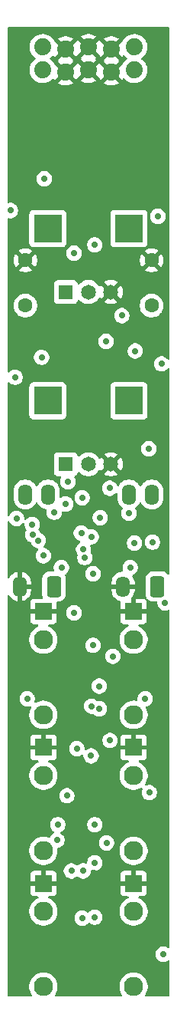
<source format=gbr>
%TF.GenerationSoftware,KiCad,Pcbnew,9.0.6*%
%TF.CreationDate,2025-12-14T16:09:08-05:00*%
%TF.ProjectId,active-vactrol-vca-board,61637469-7665-42d7-9661-6374726f6c2d,rev?*%
%TF.SameCoordinates,Original*%
%TF.FileFunction,Copper,L2,Inr*%
%TF.FilePolarity,Positive*%
%FSLAX46Y46*%
G04 Gerber Fmt 4.6, Leading zero omitted, Abs format (unit mm)*
G04 Created by KiCad (PCBNEW 9.0.6) date 2025-12-14 16:09:08*
%MOMM*%
%LPD*%
G01*
G04 APERTURE LIST*
G04 Aperture macros list*
%AMRoundRect*
0 Rectangle with rounded corners*
0 $1 Rounding radius*
0 $2 $3 $4 $5 $6 $7 $8 $9 X,Y pos of 4 corners*
0 Add a 4 corners polygon primitive as box body*
4,1,4,$2,$3,$4,$5,$6,$7,$8,$9,$2,$3,0*
0 Add four circle primitives for the rounded corners*
1,1,$1+$1,$2,$3*
1,1,$1+$1,$4,$5*
1,1,$1+$1,$6,$7*
1,1,$1+$1,$8,$9*
0 Add four rect primitives between the rounded corners*
20,1,$1+$1,$2,$3,$4,$5,0*
20,1,$1+$1,$4,$5,$6,$7,0*
20,1,$1+$1,$6,$7,$8,$9,0*
20,1,$1+$1,$8,$9,$2,$3,0*%
G04 Aperture macros list end*
%TA.AperFunction,ComponentPad*%
%ADD10R,1.930000X1.830000*%
%TD*%
%TA.AperFunction,ComponentPad*%
%ADD11C,2.130000*%
%TD*%
%TA.AperFunction,ComponentPad*%
%ADD12R,1.650000X1.650000*%
%TD*%
%TA.AperFunction,ComponentPad*%
%ADD13C,1.650000*%
%TD*%
%TA.AperFunction,ComponentPad*%
%ADD14R,3.116000X3.116000*%
%TD*%
%TA.AperFunction,ComponentPad*%
%ADD15RoundRect,0.249630X0.535370X-0.895370X0.535370X0.895370X-0.535370X0.895370X-0.535370X-0.895370X0*%
%TD*%
%TA.AperFunction,ComponentPad*%
%ADD16O,1.570000X2.290000*%
%TD*%
%TA.AperFunction,ComponentPad*%
%ADD17C,1.600000*%
%TD*%
%TA.AperFunction,ComponentPad*%
%ADD18C,1.879600*%
%TD*%
%TA.AperFunction,ViaPad*%
%ADD19C,0.700000*%
%TD*%
G04 APERTURE END LIST*
D10*
%TO.N,GND*%
%TO.C,J1*%
X105000000Y-175270000D03*
D11*
%TO.N,L_CV_INPUT*%
X105000000Y-186670000D03*
%TO.N,Net-(J1-PadTN)*%
X105000000Y-178370000D03*
%TD*%
D10*
%TO.N,GND*%
%TO.C,J3*%
X105000000Y-205270000D03*
D11*
%TO.N,L_OUTPUT*%
X105000000Y-216670000D03*
%TO.N,unconnected-(J3-PadTN)*%
X105000000Y-208370000D03*
%TD*%
D10*
%TO.N,GND*%
%TO.C,J2*%
X105000000Y-190270000D03*
D11*
%TO.N,/Left Gate/L_IN_UNBUFFERED*%
X105000000Y-201670000D03*
%TO.N,unconnected-(J2-PadTN)*%
X105000000Y-193370000D03*
%TD*%
D12*
%TO.N,/Right Gate/R_CV_BUFFERED*%
%TO.C,RV2*%
X107500000Y-159000000D03*
D13*
%TO.N,/Right Gate/R_CV_ATTENUATED*%
X110000000Y-159000000D03*
%TO.N,GND*%
X112500000Y-159000000D03*
D14*
%TO.N,N/C*%
X105500000Y-152000000D03*
X114500000Y-152000000D03*
%TD*%
D10*
%TO.N,GND*%
%TO.C,J4*%
X115000000Y-175270000D03*
D11*
%TO.N,/Right Gate/R_CV_IN_UNBUFFERED*%
X115000000Y-186670000D03*
%TO.N,L_CV_INPUT*%
X115000000Y-178370000D03*
%TD*%
D15*
%TO.N,/Right Gate/R_CV_ATTENUATED*%
%TO.C,U6*%
X117660000Y-172500000D03*
D16*
%TO.N,GND*%
X113850000Y-172500000D03*
%TO.N,/Right Gate/R_BUFFERED*%
X114490000Y-162340000D03*
%TO.N,/Right Gate/R_VACTROL_OUTPUT*%
X117020000Y-162340000D03*
%TD*%
D12*
%TO.N,/Left Gate/L_CV_BUFFERED*%
%TO.C,RV1*%
X107500000Y-140000000D03*
D13*
%TO.N,/Left Gate/L_CV_ATTENUATED*%
X110000000Y-140000000D03*
%TO.N,GND*%
X112500000Y-140000000D03*
D14*
%TO.N,N/C*%
X105500000Y-133000000D03*
X114500000Y-133000000D03*
%TD*%
D10*
%TO.N,GND*%
%TO.C,J6*%
X115000000Y-205270000D03*
D11*
%TO.N,/Right Gate/R_OUT_BUFFERED*%
X115000000Y-216670000D03*
%TO.N,unconnected-(J6-PadTN)*%
X115000000Y-208370000D03*
%TD*%
D10*
%TO.N,GND*%
%TO.C,J5*%
X115000000Y-190270000D03*
D11*
%TO.N,/Right Gate/R_IN_UNBUFFERED*%
X115000000Y-201670000D03*
%TO.N,L_OUTPUT*%
X115000000Y-193370000D03*
%TD*%
D15*
%TO.N,/Left Gate/L_CV_ATTENUATED*%
%TO.C,U5*%
X106160000Y-172500000D03*
D16*
%TO.N,GND*%
X102350000Y-172500000D03*
%TO.N,/Left Gate/L_BUFFERED*%
X102990000Y-162340000D03*
%TO.N,/Left Gate/L_VACTROL_OUTPUT*%
X105520000Y-162340000D03*
%TD*%
D17*
%TO.N,/Right Gate/R_VACTROL_OUTPUT*%
%TO.C,C7*%
X117000000Y-141500000D03*
%TO.N,GND*%
X117000000Y-136500000D03*
%TD*%
D18*
%TO.N,/-12V_In*%
%TO.C,PWR1*%
X104920000Y-112960000D03*
X104920000Y-115500000D03*
%TO.N,GND*%
X107460000Y-113214000D03*
X107460000Y-115754000D03*
X110000000Y-112960000D03*
X110000000Y-115500000D03*
X112540000Y-113214000D03*
X112540000Y-115754000D03*
%TO.N,/+12V_In*%
X115080000Y-112960000D03*
X115080000Y-115500000D03*
%TD*%
D17*
%TO.N,/Left Gate/L_VACTROL_OUTPUT*%
%TO.C,C4*%
X103000000Y-141500000D03*
%TO.N,GND*%
X103000000Y-136500000D03*
%TD*%
D19*
%TO.N,GND*%
X117700000Y-133400000D03*
X102300000Y-133800000D03*
X109400000Y-129400000D03*
X111700000Y-122200000D03*
X112000000Y-149800000D03*
X111900000Y-211800000D03*
X103500000Y-169750000D03*
X110635000Y-204100000D03*
X110600000Y-129400000D03*
X114300000Y-184100000D03*
X106400000Y-184900000D03*
%TO.N,-12V*%
X116300000Y-184900000D03*
X110700000Y-198800000D03*
X110700000Y-203000000D03*
X101350001Y-131000000D03*
X105100000Y-127500000D03*
X107000000Y-170400000D03*
X105000000Y-169100000D03*
X107600000Y-195600000D03*
X113700000Y-142600000D03*
X116750000Y-195250000D03*
%TO.N,+12V*%
X102015686Y-164984314D03*
X118300000Y-213100000D03*
X110700000Y-134800000D03*
X101851000Y-149400000D03*
X117700000Y-131649998D03*
X118500000Y-174300000D03*
%TO.N,/Left Gate/L_VACTROL_OUTPUT*%
X103755025Y-165644975D03*
%TO.N,L_OUTPUT*%
X111300000Y-164900000D03*
%TO.N,/Right Gate/R_OUT_BUFFERED*%
X111955025Y-145444975D03*
X118100000Y-147929000D03*
X104800000Y-147200000D03*
%TO.N,Net-(U3A--)*%
X112400000Y-189500000D03*
X109400000Y-203900000D03*
%TO.N,Net-(J1-PadTN)*%
X108400000Y-175400000D03*
X108400000Y-135700000D03*
%TO.N,/Left Gate/L_IN_UNBUFFERED*%
X103200000Y-184900000D03*
%TO.N,L_CV_INPUT*%
X110500000Y-179000000D03*
X110350469Y-185702844D03*
%TO.N,Net-(U1A--)*%
X111200000Y-186000000D03*
X111200000Y-183500000D03*
%TO.N,/Left Gate/L_CV_BUFFERED*%
X116700000Y-157300000D03*
X112700000Y-180200000D03*
X112350000Y-161650000D03*
%TO.N,Net-(U2B--)*%
X104446473Y-167415102D03*
X109300000Y-162700002D03*
X107719976Y-160930026D03*
X107472000Y-163400000D03*
%TO.N,/Left Gate/L_BUFFERED*%
X109200000Y-166600000D03*
X110500000Y-171100000D03*
%TO.N,Net-(U3B--)*%
X110700000Y-209000000D03*
X112000000Y-200800000D03*
%TO.N,/Right Gate/R_CV_BUFFERED*%
X108700000Y-190400000D03*
X110300000Y-191200000D03*
X108100000Y-203900000D03*
X109447211Y-168413062D03*
X110301000Y-167000000D03*
%TO.N,/Right Gate/R_BUFFERED*%
X106600000Y-198800000D03*
X109600000Y-169300000D03*
X114490000Y-164400000D03*
X106500000Y-200500000D03*
X109300000Y-209100000D03*
%TO.N,/Left Gate/L_CV_ATTENUATED*%
X114627512Y-170417462D03*
X117100000Y-167600000D03*
X115200000Y-146500000D03*
%TO.N,/Right Gate/R_CV_ATTENUATED*%
X115100000Y-167700000D03*
%TO.N,Net-(R9-Pad1)*%
X103810076Y-166778704D03*
X106200000Y-164300000D03*
%TD*%
%TA.AperFunction,Conductor*%
%TO.N,GND*%
G36*
X111197106Y-113803554D02*
G01*
X111199908Y-113804143D01*
X111213993Y-113818025D01*
X111231108Y-113827932D01*
X111247395Y-113850947D01*
X111249670Y-113853189D01*
X111251549Y-113856704D01*
X111257290Y-113867870D01*
X111257320Y-113868030D01*
X111257322Y-113868033D01*
X111257321Y-113868033D01*
X111257392Y-113868402D01*
X111257485Y-113868355D01*
X111308573Y-113968620D01*
X111360439Y-114040006D01*
X111360439Y-114040007D01*
X112050504Y-113349941D01*
X112066619Y-113410081D01*
X112133498Y-113525920D01*
X112228080Y-113620502D01*
X112343919Y-113687381D01*
X112404057Y-113703494D01*
X111713991Y-114393559D01*
X111714671Y-114402196D01*
X111743060Y-114439012D01*
X111749039Y-114508625D01*
X111716433Y-114570420D01*
X111714152Y-114572395D01*
X111713991Y-114574439D01*
X112404057Y-115264504D01*
X112343919Y-115280619D01*
X112228080Y-115347498D01*
X112133498Y-115442080D01*
X112066619Y-115557919D01*
X112050504Y-115618058D01*
X111342878Y-114910432D01*
X111340067Y-114909841D01*
X111326000Y-114895970D01*
X111308902Y-114886077D01*
X111292576Y-114863013D01*
X111290316Y-114860784D01*
X111288457Y-114857308D01*
X111282714Y-114846142D01*
X111282682Y-114845977D01*
X111282679Y-114845971D01*
X111282681Y-114845969D01*
X111282608Y-114845591D01*
X111282512Y-114845641D01*
X111231428Y-114745381D01*
X111179559Y-114673992D01*
X111179559Y-114673991D01*
X110489494Y-115364056D01*
X110473381Y-115303919D01*
X110406502Y-115188080D01*
X110311920Y-115093498D01*
X110196081Y-115026619D01*
X110135940Y-115010504D01*
X110815906Y-114330540D01*
X110795210Y-114270272D01*
X110793740Y-114237768D01*
X110790958Y-114205374D01*
X110792171Y-114203074D01*
X110792054Y-114200474D01*
X110808390Y-114172334D01*
X110823564Y-114143579D01*
X110825846Y-114141601D01*
X110826006Y-114139559D01*
X110135942Y-113449495D01*
X110196081Y-113433381D01*
X110311920Y-113366502D01*
X110406502Y-113271920D01*
X110473381Y-113156081D01*
X110489494Y-113095942D01*
X111197106Y-113803554D01*
G37*
%TD.AperFunction*%
%TA.AperFunction,Conductor*%
G36*
X106986619Y-113410081D02*
G01*
X107053498Y-113525920D01*
X107148080Y-113620502D01*
X107263919Y-113687381D01*
X107324057Y-113703494D01*
X106633991Y-114393559D01*
X106634671Y-114402196D01*
X106663060Y-114439012D01*
X106669039Y-114508625D01*
X106636433Y-114570420D01*
X106634152Y-114572395D01*
X106633991Y-114574439D01*
X107324057Y-115264504D01*
X107263919Y-115280619D01*
X107148080Y-115347498D01*
X107053498Y-115442080D01*
X106986619Y-115557919D01*
X106970504Y-115618057D01*
X106262686Y-114910239D01*
X106260615Y-114909804D01*
X106210861Y-114860750D01*
X106208784Y-114856848D01*
X106203327Y-114846139D01*
X106151855Y-114745118D01*
X106151853Y-114745115D01*
X106151852Y-114745113D01*
X106018605Y-114561713D01*
X106018601Y-114561708D01*
X105895711Y-114438818D01*
X105858293Y-114401400D01*
X105758094Y-114328601D01*
X105755827Y-114326786D01*
X105737416Y-114300439D01*
X105717791Y-114274989D01*
X105717533Y-114271985D01*
X105715806Y-114269514D01*
X105714562Y-114237394D01*
X105711812Y-114205376D01*
X105713218Y-114202709D01*
X105713102Y-114199696D01*
X105729420Y-114172002D01*
X105744417Y-114143580D01*
X105747996Y-114140478D01*
X105748573Y-114139500D01*
X105749894Y-114138833D01*
X105760456Y-114129682D01*
X105858293Y-114058600D01*
X106013280Y-113903612D01*
X106074600Y-113870130D01*
X106144291Y-113875114D01*
X106200225Y-113916985D01*
X106211442Y-113935000D01*
X106228571Y-113968617D01*
X106280439Y-114040006D01*
X106280439Y-114040007D01*
X106970504Y-113349941D01*
X106986619Y-113410081D01*
G37*
%TD.AperFunction*%
%TA.AperFunction,Conductor*%
G36*
X109526619Y-113156081D02*
G01*
X109593498Y-113271920D01*
X109688080Y-113366502D01*
X109803919Y-113433381D01*
X109864057Y-113449494D01*
X109186064Y-114127486D01*
X109206206Y-114194123D01*
X109206759Y-114263990D01*
X109174402Y-114315227D01*
X109173991Y-114320439D01*
X109864057Y-115010504D01*
X109803919Y-115026619D01*
X109688080Y-115093498D01*
X109593498Y-115188080D01*
X109526619Y-115303919D01*
X109510504Y-115364057D01*
X108820439Y-114673991D01*
X108820438Y-114673992D01*
X108768574Y-114745376D01*
X108768572Y-114745380D01*
X108718217Y-114844207D01*
X108717285Y-114846139D01*
X108711542Y-114857306D01*
X108707298Y-114861765D01*
X108707581Y-114861969D01*
X108707405Y-114862213D01*
X108707089Y-114861985D01*
X108687533Y-114882535D01*
X108663769Y-114907692D01*
X108663539Y-114907748D01*
X108663376Y-114907921D01*
X108658424Y-114909127D01*
X107949494Y-115618057D01*
X107933381Y-115557919D01*
X107866502Y-115442080D01*
X107771920Y-115347498D01*
X107656081Y-115280619D01*
X107595940Y-115264504D01*
X108286007Y-114574439D01*
X108285327Y-114565804D01*
X108256937Y-114528987D01*
X108250958Y-114459374D01*
X108283564Y-114397579D01*
X108285846Y-114395601D01*
X108286006Y-114393559D01*
X107595942Y-113703495D01*
X107656081Y-113687381D01*
X107771920Y-113620502D01*
X107866502Y-113525920D01*
X107933381Y-113410081D01*
X107949494Y-113349942D01*
X108639559Y-114040007D01*
X108639560Y-114040006D01*
X108650918Y-114024374D01*
X108744546Y-113864363D01*
X108748238Y-113857117D01*
X108751635Y-113853519D01*
X108752755Y-113851563D01*
X108752932Y-113851320D01*
X108753394Y-113851656D01*
X108796208Y-113806317D01*
X108801421Y-113805025D01*
X109510504Y-113095941D01*
X109526619Y-113156081D01*
G37*
%TD.AperFunction*%
%TA.AperFunction,Conductor*%
G36*
X113719559Y-114040007D02*
G01*
X113719559Y-114040006D01*
X113771428Y-113968618D01*
X113771431Y-113968613D01*
X113788556Y-113935003D01*
X113836529Y-113884206D01*
X113904350Y-113867410D01*
X113970485Y-113889946D01*
X113986722Y-113903615D01*
X114141708Y-114058601D01*
X114141713Y-114058605D01*
X114239542Y-114129682D01*
X114282208Y-114185012D01*
X114288187Y-114254625D01*
X114255582Y-114316420D01*
X114239542Y-114330318D01*
X114141713Y-114401394D01*
X114141708Y-114401398D01*
X113981398Y-114561708D01*
X113981394Y-114561713D01*
X113848144Y-114745118D01*
X113848143Y-114745119D01*
X113791214Y-114856848D01*
X113743240Y-114907644D01*
X113738811Y-114908740D01*
X113029494Y-115618057D01*
X113013381Y-115557919D01*
X112946502Y-115442080D01*
X112851920Y-115347498D01*
X112736081Y-115280619D01*
X112675940Y-115264504D01*
X113366007Y-114574439D01*
X113365327Y-114565804D01*
X113336937Y-114528987D01*
X113330958Y-114459374D01*
X113363564Y-114397579D01*
X113365846Y-114395601D01*
X113366006Y-114393559D01*
X112675942Y-113703495D01*
X112736081Y-113687381D01*
X112851920Y-113620502D01*
X112946502Y-113525920D01*
X113013381Y-113410081D01*
X113029494Y-113349942D01*
X113719559Y-114040007D01*
G37*
%TD.AperFunction*%
%TA.AperFunction,Conductor*%
G36*
X118942539Y-110770185D02*
G01*
X118988294Y-110822989D01*
X118999500Y-110874500D01*
X118999500Y-147335564D01*
X118979815Y-147402603D01*
X118927011Y-147448358D01*
X118857853Y-147458302D01*
X118794297Y-147429277D01*
X118772399Y-147404456D01*
X118760628Y-147386840D01*
X118760623Y-147386834D01*
X118642162Y-147268373D01*
X118502860Y-147175295D01*
X118348082Y-147111184D01*
X118348074Y-147111182D01*
X118183771Y-147078500D01*
X118183767Y-147078500D01*
X118016233Y-147078500D01*
X118016228Y-147078500D01*
X117851925Y-147111182D01*
X117851917Y-147111184D01*
X117697139Y-147175295D01*
X117557837Y-147268373D01*
X117439373Y-147386837D01*
X117346295Y-147526139D01*
X117282184Y-147680917D01*
X117282182Y-147680925D01*
X117249500Y-147845228D01*
X117249500Y-148012771D01*
X117282182Y-148177074D01*
X117282184Y-148177082D01*
X117346295Y-148331860D01*
X117439373Y-148471162D01*
X117557837Y-148589626D01*
X117642649Y-148646295D01*
X117697137Y-148682703D01*
X117851918Y-148746816D01*
X118016228Y-148779499D01*
X118016232Y-148779500D01*
X118016233Y-148779500D01*
X118183768Y-148779500D01*
X118183769Y-148779499D01*
X118348082Y-148746816D01*
X118502863Y-148682703D01*
X118642162Y-148589626D01*
X118760626Y-148471162D01*
X118772397Y-148453544D01*
X118826009Y-148408740D01*
X118895334Y-148400031D01*
X118958362Y-148430186D01*
X118995081Y-148489628D01*
X118999500Y-148522435D01*
X118999500Y-171048553D01*
X118979815Y-171115592D01*
X118927011Y-171161347D01*
X118857853Y-171171291D01*
X118794297Y-171142266D01*
X118787819Y-171136234D01*
X118663796Y-171012211D01*
X118663795Y-171012210D01*
X118571075Y-170955020D01*
X118514549Y-170920154D01*
X118514544Y-170920152D01*
X118348092Y-170864996D01*
X118245357Y-170854500D01*
X117074650Y-170854500D01*
X117074634Y-170854501D01*
X116971906Y-170864996D01*
X116805455Y-170920152D01*
X116805450Y-170920154D01*
X116656203Y-171012211D01*
X116532211Y-171136203D01*
X116440154Y-171285450D01*
X116440152Y-171285455D01*
X116384996Y-171451907D01*
X116374500Y-171554635D01*
X116374500Y-173445349D01*
X116374501Y-173445365D01*
X116384996Y-173548093D01*
X116440152Y-173714544D01*
X116440154Y-173714549D01*
X116469314Y-173761824D01*
X116532210Y-173863795D01*
X116656205Y-173987790D01*
X116805453Y-174079847D01*
X116971908Y-174135004D01*
X117074643Y-174145500D01*
X117525500Y-174145499D01*
X117592539Y-174165183D01*
X117638294Y-174217987D01*
X117649500Y-174269499D01*
X117649500Y-174383771D01*
X117682182Y-174548074D01*
X117682184Y-174548082D01*
X117746295Y-174702860D01*
X117839373Y-174842162D01*
X117957837Y-174960626D01*
X118012480Y-174997137D01*
X118097137Y-175053703D01*
X118251918Y-175117816D01*
X118416228Y-175150499D01*
X118416232Y-175150500D01*
X118416233Y-175150500D01*
X118583768Y-175150500D01*
X118583769Y-175150499D01*
X118748082Y-175117816D01*
X118828047Y-175084692D01*
X118897516Y-175077224D01*
X118959996Y-175108499D01*
X118995648Y-175168588D01*
X118999500Y-175199254D01*
X118999500Y-212312515D01*
X118979815Y-212379554D01*
X118927011Y-212425309D01*
X118857853Y-212435253D01*
X118806610Y-212415618D01*
X118749770Y-212377640D01*
X118702863Y-212346297D01*
X118702860Y-212346295D01*
X118702859Y-212346295D01*
X118548082Y-212282184D01*
X118548074Y-212282182D01*
X118383771Y-212249500D01*
X118383767Y-212249500D01*
X118216233Y-212249500D01*
X118216228Y-212249500D01*
X118051925Y-212282182D01*
X118051917Y-212282184D01*
X117897139Y-212346295D01*
X117757837Y-212439373D01*
X117639373Y-212557837D01*
X117546295Y-212697139D01*
X117482184Y-212851917D01*
X117482182Y-212851925D01*
X117449500Y-213016228D01*
X117449500Y-213183771D01*
X117482182Y-213348074D01*
X117482184Y-213348082D01*
X117546295Y-213502860D01*
X117639373Y-213642162D01*
X117757837Y-213760626D01*
X117793391Y-213784382D01*
X117897137Y-213853703D01*
X118051918Y-213917816D01*
X118216228Y-213950499D01*
X118216232Y-213950500D01*
X118216233Y-213950500D01*
X118383768Y-213950500D01*
X118383769Y-213950499D01*
X118548082Y-213917816D01*
X118702863Y-213853703D01*
X118806609Y-213784382D01*
X118873287Y-213763504D01*
X118940667Y-213781989D01*
X118987357Y-213833968D01*
X118999500Y-213887484D01*
X118999500Y-217625500D01*
X118979815Y-217692539D01*
X118927011Y-217738294D01*
X118875500Y-217749500D01*
X116394126Y-217749500D01*
X116327087Y-217729815D01*
X116281332Y-217677011D01*
X116271388Y-217607853D01*
X116293808Y-217552614D01*
X116338936Y-217490501D01*
X116450806Y-217270943D01*
X116526952Y-217036589D01*
X116565500Y-216793208D01*
X116565500Y-216546792D01*
X116526952Y-216303411D01*
X116526951Y-216303407D01*
X116526951Y-216303406D01*
X116450807Y-216069059D01*
X116338935Y-215849498D01*
X116194097Y-215650145D01*
X116019855Y-215475903D01*
X115820501Y-215331064D01*
X115600940Y-215219192D01*
X115366592Y-215143048D01*
X115184053Y-215114137D01*
X115123208Y-215104500D01*
X114876792Y-215104500D01*
X114795665Y-215117349D01*
X114633409Y-215143048D01*
X114633406Y-215143048D01*
X114399059Y-215219192D01*
X114179498Y-215331064D01*
X113980142Y-215475905D01*
X113805905Y-215650142D01*
X113661064Y-215849498D01*
X113549192Y-216069059D01*
X113473048Y-216303406D01*
X113473048Y-216303409D01*
X113434500Y-216546792D01*
X113434500Y-216793207D01*
X113473048Y-217036590D01*
X113473048Y-217036593D01*
X113549192Y-217270940D01*
X113661064Y-217490501D01*
X113706192Y-217552614D01*
X113729672Y-217618421D01*
X113713847Y-217686475D01*
X113663741Y-217735170D01*
X113605874Y-217749500D01*
X106394126Y-217749500D01*
X106327087Y-217729815D01*
X106281332Y-217677011D01*
X106271388Y-217607853D01*
X106293808Y-217552614D01*
X106338936Y-217490501D01*
X106450806Y-217270943D01*
X106526952Y-217036589D01*
X106565500Y-216793208D01*
X106565500Y-216546792D01*
X106526952Y-216303411D01*
X106526951Y-216303407D01*
X106526951Y-216303406D01*
X106450807Y-216069059D01*
X106338935Y-215849498D01*
X106194097Y-215650145D01*
X106019855Y-215475903D01*
X105820501Y-215331064D01*
X105600940Y-215219192D01*
X105366592Y-215143048D01*
X105184053Y-215114137D01*
X105123208Y-215104500D01*
X104876792Y-215104500D01*
X104795665Y-215117349D01*
X104633409Y-215143048D01*
X104633406Y-215143048D01*
X104399059Y-215219192D01*
X104179498Y-215331064D01*
X103980142Y-215475905D01*
X103805905Y-215650142D01*
X103661064Y-215849498D01*
X103549192Y-216069059D01*
X103473048Y-216303406D01*
X103473048Y-216303409D01*
X103434500Y-216546792D01*
X103434500Y-216793207D01*
X103473048Y-217036590D01*
X103473048Y-217036593D01*
X103549192Y-217270940D01*
X103661064Y-217490501D01*
X103706192Y-217552614D01*
X103729672Y-217618421D01*
X103713847Y-217686475D01*
X103663741Y-217735170D01*
X103605874Y-217749500D01*
X101124500Y-217749500D01*
X101057461Y-217729815D01*
X101011706Y-217677011D01*
X101000500Y-217625500D01*
X101000500Y-208246792D01*
X103434500Y-208246792D01*
X103434500Y-208493208D01*
X103446150Y-208566765D01*
X103473048Y-208736590D01*
X103473048Y-208736593D01*
X103549192Y-208970940D01*
X103657633Y-209183767D01*
X103661064Y-209190501D01*
X103805903Y-209389855D01*
X103980145Y-209564097D01*
X104179499Y-209708936D01*
X104280941Y-209760623D01*
X104399059Y-209820807D01*
X104633407Y-209896951D01*
X104633408Y-209896951D01*
X104633411Y-209896952D01*
X104876792Y-209935500D01*
X104876793Y-209935500D01*
X105123207Y-209935500D01*
X105123208Y-209935500D01*
X105366589Y-209896952D01*
X105366592Y-209896951D01*
X105366593Y-209896951D01*
X105600940Y-209820807D01*
X105600940Y-209820806D01*
X105600943Y-209820806D01*
X105820501Y-209708936D01*
X106019855Y-209564097D01*
X106194097Y-209389855D01*
X106338936Y-209190501D01*
X106427732Y-209016228D01*
X108449500Y-209016228D01*
X108449500Y-209183771D01*
X108482182Y-209348074D01*
X108482184Y-209348082D01*
X108546295Y-209502860D01*
X108639373Y-209642162D01*
X108757837Y-209760626D01*
X108843430Y-209817817D01*
X108897137Y-209853703D01*
X109051918Y-209917816D01*
X109216228Y-209950499D01*
X109216232Y-209950500D01*
X109216233Y-209950500D01*
X109383768Y-209950500D01*
X109383769Y-209950499D01*
X109548082Y-209917816D01*
X109702863Y-209853703D01*
X109842162Y-209760626D01*
X109893853Y-209708935D01*
X109962319Y-209640470D01*
X110023642Y-209606985D01*
X110093334Y-209611969D01*
X110137681Y-209640470D01*
X110157837Y-209660626D01*
X110230137Y-209708935D01*
X110297137Y-209753703D01*
X110451918Y-209817816D01*
X110616228Y-209850499D01*
X110616232Y-209850500D01*
X110616233Y-209850500D01*
X110783768Y-209850500D01*
X110783769Y-209850499D01*
X110948082Y-209817816D01*
X111102863Y-209753703D01*
X111242162Y-209660626D01*
X111360626Y-209542162D01*
X111453703Y-209402863D01*
X111517816Y-209248082D01*
X111550500Y-209083767D01*
X111550500Y-208916233D01*
X111517816Y-208751918D01*
X111453703Y-208597137D01*
X111384131Y-208493015D01*
X111360626Y-208457837D01*
X111242168Y-208339379D01*
X111242160Y-208339373D01*
X111156571Y-208282184D01*
X111103604Y-208246792D01*
X113434500Y-208246792D01*
X113434500Y-208493208D01*
X113446150Y-208566765D01*
X113473048Y-208736590D01*
X113473048Y-208736593D01*
X113549192Y-208970940D01*
X113657633Y-209183767D01*
X113661064Y-209190501D01*
X113805903Y-209389855D01*
X113980145Y-209564097D01*
X114179499Y-209708936D01*
X114280941Y-209760623D01*
X114399059Y-209820807D01*
X114633407Y-209896951D01*
X114633408Y-209896951D01*
X114633411Y-209896952D01*
X114876792Y-209935500D01*
X114876793Y-209935500D01*
X115123207Y-209935500D01*
X115123208Y-209935500D01*
X115366589Y-209896952D01*
X115366592Y-209896951D01*
X115366593Y-209896951D01*
X115600940Y-209820807D01*
X115600940Y-209820806D01*
X115600943Y-209820806D01*
X115820501Y-209708936D01*
X116019855Y-209564097D01*
X116194097Y-209389855D01*
X116338936Y-209190501D01*
X116450806Y-208970943D01*
X116489477Y-208851925D01*
X116526951Y-208736593D01*
X116526951Y-208736592D01*
X116526952Y-208736589D01*
X116565500Y-208493208D01*
X116565500Y-208246792D01*
X116526952Y-208003411D01*
X116526951Y-208003407D01*
X116526951Y-208003406D01*
X116450807Y-207769059D01*
X116338935Y-207549498D01*
X116194097Y-207350145D01*
X116019855Y-207175903D01*
X115820501Y-207031064D01*
X115601513Y-206919484D01*
X115550718Y-206871511D01*
X115533923Y-206803690D01*
X115556460Y-206737555D01*
X115611175Y-206694103D01*
X115657809Y-206685000D01*
X116012828Y-206685000D01*
X116012844Y-206684999D01*
X116072372Y-206678598D01*
X116072379Y-206678596D01*
X116207086Y-206628354D01*
X116207093Y-206628350D01*
X116322187Y-206542190D01*
X116322190Y-206542187D01*
X116408350Y-206427093D01*
X116408354Y-206427086D01*
X116458596Y-206292379D01*
X116458598Y-206292372D01*
X116464999Y-206232844D01*
X116465000Y-206232827D01*
X116465000Y-205520000D01*
X115556706Y-205520000D01*
X115586558Y-205447931D01*
X115610000Y-205330080D01*
X115610000Y-205209920D01*
X115586558Y-205092069D01*
X115556706Y-205020000D01*
X116465000Y-205020000D01*
X116465000Y-204307172D01*
X116464999Y-204307155D01*
X116458598Y-204247627D01*
X116458596Y-204247620D01*
X116408354Y-204112913D01*
X116408350Y-204112906D01*
X116322190Y-203997812D01*
X116322187Y-203997809D01*
X116207093Y-203911649D01*
X116207086Y-203911645D01*
X116072379Y-203861403D01*
X116072372Y-203861401D01*
X116012844Y-203855000D01*
X115250000Y-203855000D01*
X115250000Y-204713293D01*
X115177931Y-204683442D01*
X115060080Y-204660000D01*
X114939920Y-204660000D01*
X114822069Y-204683442D01*
X114750000Y-204713293D01*
X114750000Y-203855000D01*
X113987155Y-203855000D01*
X113927627Y-203861401D01*
X113927620Y-203861403D01*
X113792913Y-203911645D01*
X113792906Y-203911649D01*
X113677812Y-203997809D01*
X113677809Y-203997812D01*
X113591649Y-204112906D01*
X113591645Y-204112913D01*
X113541403Y-204247620D01*
X113541401Y-204247627D01*
X113535000Y-204307155D01*
X113535000Y-205020000D01*
X114443294Y-205020000D01*
X114413442Y-205092069D01*
X114390000Y-205209920D01*
X114390000Y-205330080D01*
X114413442Y-205447931D01*
X114443294Y-205520000D01*
X113535000Y-205520000D01*
X113535000Y-206232844D01*
X113541401Y-206292372D01*
X113541403Y-206292379D01*
X113591645Y-206427086D01*
X113591649Y-206427093D01*
X113677809Y-206542187D01*
X113677812Y-206542190D01*
X113792906Y-206628350D01*
X113792913Y-206628354D01*
X113927620Y-206678596D01*
X113927627Y-206678598D01*
X113987155Y-206684999D01*
X113987172Y-206685000D01*
X114342191Y-206685000D01*
X114409230Y-206704685D01*
X114454985Y-206757489D01*
X114464929Y-206826647D01*
X114435904Y-206890203D01*
X114398486Y-206919485D01*
X114179498Y-207031064D01*
X113980142Y-207175905D01*
X113805905Y-207350142D01*
X113661064Y-207549498D01*
X113549192Y-207769059D01*
X113473048Y-208003406D01*
X113473048Y-208003409D01*
X113473048Y-208003411D01*
X113434500Y-208246792D01*
X111103604Y-208246792D01*
X111102860Y-208246295D01*
X110948082Y-208182184D01*
X110948074Y-208182182D01*
X110783771Y-208149500D01*
X110783767Y-208149500D01*
X110616233Y-208149500D01*
X110616228Y-208149500D01*
X110451925Y-208182182D01*
X110451917Y-208182184D01*
X110297139Y-208246295D01*
X110157838Y-208339373D01*
X110037680Y-208459531D01*
X109976357Y-208493015D01*
X109906665Y-208488031D01*
X109862316Y-208459528D01*
X109842164Y-208439375D01*
X109842162Y-208439373D01*
X109702860Y-208346295D01*
X109548082Y-208282184D01*
X109548074Y-208282182D01*
X109383771Y-208249500D01*
X109383767Y-208249500D01*
X109216233Y-208249500D01*
X109216228Y-208249500D01*
X109051925Y-208282182D01*
X109051917Y-208282184D01*
X108897139Y-208346295D01*
X108757837Y-208439373D01*
X108639373Y-208557837D01*
X108546295Y-208697139D01*
X108482184Y-208851917D01*
X108482182Y-208851925D01*
X108449500Y-209016228D01*
X106427732Y-209016228D01*
X106450806Y-208970943D01*
X106468583Y-208916233D01*
X106526951Y-208736593D01*
X106526951Y-208736592D01*
X106526952Y-208736589D01*
X106565500Y-208493208D01*
X106565500Y-208246792D01*
X106526952Y-208003411D01*
X106526951Y-208003407D01*
X106526951Y-208003406D01*
X106450807Y-207769059D01*
X106338935Y-207549498D01*
X106194097Y-207350145D01*
X106019855Y-207175903D01*
X105820501Y-207031064D01*
X105601513Y-206919484D01*
X105550718Y-206871511D01*
X105533923Y-206803690D01*
X105556460Y-206737555D01*
X105611175Y-206694103D01*
X105657809Y-206685000D01*
X106012828Y-206685000D01*
X106012844Y-206684999D01*
X106072372Y-206678598D01*
X106072379Y-206678596D01*
X106207086Y-206628354D01*
X106207093Y-206628350D01*
X106322187Y-206542190D01*
X106322190Y-206542187D01*
X106408350Y-206427093D01*
X106408354Y-206427086D01*
X106458596Y-206292379D01*
X106458598Y-206292372D01*
X106464999Y-206232844D01*
X106465000Y-206232827D01*
X106465000Y-205520000D01*
X105556706Y-205520000D01*
X105586558Y-205447931D01*
X105610000Y-205330080D01*
X105610000Y-205209920D01*
X105586558Y-205092069D01*
X105556706Y-205020000D01*
X106465000Y-205020000D01*
X106465000Y-204307172D01*
X106464999Y-204307155D01*
X106458598Y-204247627D01*
X106458596Y-204247620D01*
X106408354Y-204112913D01*
X106408350Y-204112906D01*
X106322190Y-203997812D01*
X106322187Y-203997809D01*
X106207093Y-203911649D01*
X106207086Y-203911645D01*
X106072379Y-203861403D01*
X106072372Y-203861401D01*
X106012844Y-203855000D01*
X105250000Y-203855000D01*
X105250000Y-204713293D01*
X105177931Y-204683442D01*
X105060080Y-204660000D01*
X104939920Y-204660000D01*
X104822069Y-204683442D01*
X104750000Y-204713293D01*
X104750000Y-203855000D01*
X103987155Y-203855000D01*
X103927627Y-203861401D01*
X103927620Y-203861403D01*
X103792913Y-203911645D01*
X103792906Y-203911649D01*
X103677812Y-203997809D01*
X103677809Y-203997812D01*
X103591649Y-204112906D01*
X103591645Y-204112913D01*
X103541403Y-204247620D01*
X103541401Y-204247627D01*
X103535000Y-204307155D01*
X103535000Y-205020000D01*
X104443294Y-205020000D01*
X104413442Y-205092069D01*
X104390000Y-205209920D01*
X104390000Y-205330080D01*
X104413442Y-205447931D01*
X104443294Y-205520000D01*
X103535000Y-205520000D01*
X103535000Y-206232844D01*
X103541401Y-206292372D01*
X103541403Y-206292379D01*
X103591645Y-206427086D01*
X103591649Y-206427093D01*
X103677809Y-206542187D01*
X103677812Y-206542190D01*
X103792906Y-206628350D01*
X103792913Y-206628354D01*
X103927620Y-206678596D01*
X103927627Y-206678598D01*
X103987155Y-206684999D01*
X103987172Y-206685000D01*
X104342191Y-206685000D01*
X104409230Y-206704685D01*
X104454985Y-206757489D01*
X104464929Y-206826647D01*
X104435904Y-206890203D01*
X104398486Y-206919485D01*
X104179498Y-207031064D01*
X103980142Y-207175905D01*
X103805905Y-207350142D01*
X103661064Y-207549498D01*
X103549192Y-207769059D01*
X103473048Y-208003406D01*
X103473048Y-208003409D01*
X103473048Y-208003411D01*
X103434500Y-208246792D01*
X101000500Y-208246792D01*
X101000500Y-203816228D01*
X107249500Y-203816228D01*
X107249500Y-203983771D01*
X107282182Y-204148074D01*
X107282184Y-204148082D01*
X107346295Y-204302860D01*
X107439373Y-204442162D01*
X107557837Y-204560626D01*
X107650494Y-204622537D01*
X107697137Y-204653703D01*
X107851918Y-204717816D01*
X108016228Y-204750499D01*
X108016232Y-204750500D01*
X108016233Y-204750500D01*
X108183768Y-204750500D01*
X108183769Y-204750499D01*
X108348082Y-204717816D01*
X108502863Y-204653703D01*
X108642162Y-204560626D01*
X108662317Y-204540471D01*
X108723639Y-204506984D01*
X108793331Y-204511967D01*
X108837683Y-204540471D01*
X108857835Y-204560624D01*
X108857837Y-204560626D01*
X108950494Y-204622537D01*
X108997137Y-204653703D01*
X109151918Y-204717816D01*
X109316228Y-204750499D01*
X109316232Y-204750500D01*
X109316233Y-204750500D01*
X109483768Y-204750500D01*
X109483769Y-204750499D01*
X109648082Y-204717816D01*
X109802863Y-204653703D01*
X109942162Y-204560626D01*
X110060626Y-204442162D01*
X110153703Y-204302863D01*
X110217816Y-204148082D01*
X110250500Y-203983767D01*
X110250500Y-203919964D01*
X110270185Y-203852925D01*
X110322989Y-203807170D01*
X110392147Y-203797226D01*
X110421949Y-203805402D01*
X110451918Y-203817816D01*
X110616228Y-203850499D01*
X110616232Y-203850500D01*
X110616233Y-203850500D01*
X110783768Y-203850500D01*
X110783769Y-203850499D01*
X110948082Y-203817816D01*
X111102863Y-203753703D01*
X111242162Y-203660626D01*
X111360626Y-203542162D01*
X111453703Y-203402863D01*
X111517816Y-203248082D01*
X111550500Y-203083767D01*
X111550500Y-202916233D01*
X111517816Y-202751918D01*
X111453703Y-202597137D01*
X111382451Y-202490501D01*
X111360626Y-202457837D01*
X111242162Y-202339373D01*
X111102860Y-202246295D01*
X110948082Y-202182184D01*
X110948074Y-202182182D01*
X110783771Y-202149500D01*
X110783767Y-202149500D01*
X110616233Y-202149500D01*
X110616228Y-202149500D01*
X110451925Y-202182182D01*
X110451917Y-202182184D01*
X110297139Y-202246295D01*
X110157837Y-202339373D01*
X110039373Y-202457837D01*
X109946295Y-202597139D01*
X109882184Y-202751917D01*
X109882182Y-202751925D01*
X109849500Y-202916228D01*
X109849500Y-202980035D01*
X109829815Y-203047074D01*
X109777011Y-203092829D01*
X109707853Y-203102773D01*
X109678048Y-203094596D01*
X109648086Y-203082185D01*
X109648074Y-203082182D01*
X109483771Y-203049500D01*
X109483767Y-203049500D01*
X109316233Y-203049500D01*
X109316228Y-203049500D01*
X109151925Y-203082182D01*
X109151917Y-203082184D01*
X108997139Y-203146295D01*
X108857837Y-203239373D01*
X108857834Y-203239376D01*
X108837681Y-203259530D01*
X108776358Y-203293015D01*
X108706666Y-203288031D01*
X108662319Y-203259530D01*
X108642162Y-203239373D01*
X108502860Y-203146295D01*
X108348082Y-203082184D01*
X108348074Y-203082182D01*
X108183771Y-203049500D01*
X108183767Y-203049500D01*
X108016233Y-203049500D01*
X108016228Y-203049500D01*
X107851925Y-203082182D01*
X107851917Y-203082184D01*
X107697139Y-203146295D01*
X107557837Y-203239373D01*
X107439373Y-203357837D01*
X107346295Y-203497139D01*
X107282184Y-203651917D01*
X107282182Y-203651925D01*
X107249500Y-203816228D01*
X101000500Y-203816228D01*
X101000500Y-201546792D01*
X103434500Y-201546792D01*
X103434500Y-201793207D01*
X103473048Y-202036590D01*
X103473048Y-202036593D01*
X103549192Y-202270940D01*
X103584061Y-202339374D01*
X103661064Y-202490501D01*
X103805903Y-202689855D01*
X103980145Y-202864097D01*
X104179499Y-203008936D01*
X104344149Y-203092829D01*
X104399059Y-203120807D01*
X104633407Y-203196951D01*
X104633408Y-203196951D01*
X104633411Y-203196952D01*
X104876792Y-203235500D01*
X104876793Y-203235500D01*
X105123207Y-203235500D01*
X105123208Y-203235500D01*
X105366589Y-203196952D01*
X105366592Y-203196951D01*
X105366593Y-203196951D01*
X105600940Y-203120807D01*
X105600940Y-203120806D01*
X105600943Y-203120806D01*
X105820501Y-203008936D01*
X106019855Y-202864097D01*
X106194097Y-202689855D01*
X106338936Y-202490501D01*
X106450806Y-202270943D01*
X106458815Y-202246295D01*
X106526951Y-202036593D01*
X106526951Y-202036592D01*
X106526952Y-202036589D01*
X106565500Y-201793208D01*
X106565500Y-201546792D01*
X106554568Y-201477772D01*
X106563522Y-201408481D01*
X106608518Y-201355029D01*
X106652850Y-201336759D01*
X106687807Y-201329805D01*
X106748082Y-201317816D01*
X106902863Y-201253703D01*
X107042162Y-201160626D01*
X107160626Y-201042162D01*
X107253703Y-200902863D01*
X107317816Y-200748082D01*
X107324152Y-200716228D01*
X111149500Y-200716228D01*
X111149500Y-200883771D01*
X111182182Y-201048074D01*
X111182184Y-201048082D01*
X111246295Y-201202860D01*
X111339373Y-201342162D01*
X111457837Y-201460626D01*
X111550494Y-201522537D01*
X111597137Y-201553703D01*
X111751918Y-201617816D01*
X111916228Y-201650499D01*
X111916232Y-201650500D01*
X111916233Y-201650500D01*
X112083768Y-201650500D01*
X112083769Y-201650499D01*
X112248082Y-201617816D01*
X112402863Y-201553703D01*
X112413206Y-201546792D01*
X113434500Y-201546792D01*
X113434500Y-201793207D01*
X113473048Y-202036590D01*
X113473048Y-202036593D01*
X113549192Y-202270940D01*
X113584061Y-202339374D01*
X113661064Y-202490501D01*
X113805903Y-202689855D01*
X113980145Y-202864097D01*
X114179499Y-203008936D01*
X114344149Y-203092829D01*
X114399059Y-203120807D01*
X114633407Y-203196951D01*
X114633408Y-203196951D01*
X114633411Y-203196952D01*
X114876792Y-203235500D01*
X114876793Y-203235500D01*
X115123207Y-203235500D01*
X115123208Y-203235500D01*
X115366589Y-203196952D01*
X115366592Y-203196951D01*
X115366593Y-203196951D01*
X115600940Y-203120807D01*
X115600940Y-203120806D01*
X115600943Y-203120806D01*
X115820501Y-203008936D01*
X116019855Y-202864097D01*
X116194097Y-202689855D01*
X116338936Y-202490501D01*
X116450806Y-202270943D01*
X116458815Y-202246295D01*
X116526951Y-202036593D01*
X116526951Y-202036592D01*
X116526952Y-202036589D01*
X116565500Y-201793208D01*
X116565500Y-201546792D01*
X116526952Y-201303411D01*
X116526951Y-201303407D01*
X116526951Y-201303406D01*
X116450807Y-201069059D01*
X116366126Y-200902863D01*
X116338936Y-200849499D01*
X116194097Y-200650145D01*
X116019855Y-200475903D01*
X115820501Y-200331064D01*
X115600940Y-200219192D01*
X115366592Y-200143048D01*
X115184053Y-200114137D01*
X115123208Y-200104500D01*
X114876792Y-200104500D01*
X114795665Y-200117349D01*
X114633409Y-200143048D01*
X114633406Y-200143048D01*
X114399059Y-200219192D01*
X114179498Y-200331064D01*
X113980142Y-200475905D01*
X113805905Y-200650142D01*
X113661064Y-200849498D01*
X113549192Y-201069059D01*
X113473048Y-201303406D01*
X113473048Y-201303409D01*
X113434500Y-201546792D01*
X112413206Y-201546792D01*
X112542162Y-201460626D01*
X112542165Y-201460623D01*
X112548550Y-201454239D01*
X112660623Y-201342165D01*
X112660626Y-201342162D01*
X112676893Y-201317817D01*
X112753703Y-201202863D01*
X112817816Y-201048082D01*
X112850500Y-200883767D01*
X112850500Y-200716233D01*
X112817816Y-200551918D01*
X112761613Y-200416233D01*
X112753704Y-200397139D01*
X112660626Y-200257837D01*
X112542162Y-200139373D01*
X112402860Y-200046295D01*
X112248082Y-199982184D01*
X112248074Y-199982182D01*
X112083771Y-199949500D01*
X112083767Y-199949500D01*
X111916233Y-199949500D01*
X111916228Y-199949500D01*
X111751925Y-199982182D01*
X111751917Y-199982184D01*
X111597139Y-200046295D01*
X111457837Y-200139373D01*
X111339373Y-200257837D01*
X111246295Y-200397139D01*
X111182184Y-200551917D01*
X111182182Y-200551925D01*
X111149500Y-200716228D01*
X107324152Y-200716228D01*
X107350500Y-200583767D01*
X107350500Y-200416233D01*
X107317816Y-200251918D01*
X107253703Y-200097137D01*
X107176894Y-199982184D01*
X107160626Y-199957837D01*
X107042162Y-199839373D01*
X106956088Y-199781861D01*
X106911283Y-199728249D01*
X106902576Y-199658924D01*
X106932730Y-199595897D01*
X106977527Y-199564198D01*
X107002858Y-199553705D01*
X107002857Y-199553705D01*
X107002863Y-199553703D01*
X107142162Y-199460626D01*
X107260626Y-199342162D01*
X107353703Y-199202863D01*
X107417816Y-199048082D01*
X107450500Y-198883767D01*
X107450500Y-198716233D01*
X107450499Y-198716228D01*
X109849500Y-198716228D01*
X109849500Y-198883771D01*
X109882182Y-199048074D01*
X109882184Y-199048082D01*
X109946295Y-199202860D01*
X110039373Y-199342162D01*
X110157837Y-199460626D01*
X110243910Y-199518138D01*
X110297137Y-199553703D01*
X110297138Y-199553703D01*
X110297139Y-199553704D01*
X110322474Y-199564198D01*
X110451918Y-199617816D01*
X110568850Y-199641075D01*
X110616228Y-199650499D01*
X110616232Y-199650500D01*
X110616233Y-199650500D01*
X110783768Y-199650500D01*
X110783769Y-199650499D01*
X110948082Y-199617816D01*
X111102863Y-199553703D01*
X111242162Y-199460626D01*
X111360626Y-199342162D01*
X111453703Y-199202863D01*
X111517816Y-199048082D01*
X111550500Y-198883767D01*
X111550500Y-198716233D01*
X111517816Y-198551918D01*
X111453703Y-198397137D01*
X111422537Y-198350494D01*
X111360626Y-198257837D01*
X111242162Y-198139373D01*
X111102860Y-198046295D01*
X110948082Y-197982184D01*
X110948074Y-197982182D01*
X110783771Y-197949500D01*
X110783767Y-197949500D01*
X110616233Y-197949500D01*
X110616228Y-197949500D01*
X110451925Y-197982182D01*
X110451917Y-197982184D01*
X110297139Y-198046295D01*
X110157837Y-198139373D01*
X110039373Y-198257837D01*
X109946295Y-198397139D01*
X109882184Y-198551917D01*
X109882182Y-198551925D01*
X109849500Y-198716228D01*
X107450499Y-198716228D01*
X107417816Y-198551918D01*
X107353703Y-198397137D01*
X107322537Y-198350494D01*
X107260626Y-198257837D01*
X107142162Y-198139373D01*
X107002860Y-198046295D01*
X106848082Y-197982184D01*
X106848074Y-197982182D01*
X106683771Y-197949500D01*
X106683767Y-197949500D01*
X106516233Y-197949500D01*
X106516228Y-197949500D01*
X106351925Y-197982182D01*
X106351917Y-197982184D01*
X106197139Y-198046295D01*
X106057837Y-198139373D01*
X105939373Y-198257837D01*
X105846295Y-198397139D01*
X105782184Y-198551917D01*
X105782182Y-198551925D01*
X105749500Y-198716228D01*
X105749500Y-198883771D01*
X105782182Y-199048074D01*
X105782184Y-199048082D01*
X105846295Y-199202860D01*
X105939373Y-199342162D01*
X106057834Y-199460623D01*
X106057842Y-199460629D01*
X106143910Y-199518138D01*
X106188716Y-199571750D01*
X106197423Y-199641075D01*
X106167269Y-199704102D01*
X106122477Y-199735799D01*
X106097142Y-199746293D01*
X106097139Y-199746295D01*
X105957837Y-199839373D01*
X105839373Y-199957837D01*
X105746295Y-200097139D01*
X105728359Y-200140442D01*
X105684517Y-200194846D01*
X105618223Y-200216910D01*
X105575480Y-200210920D01*
X105366592Y-200143048D01*
X105184053Y-200114137D01*
X105123208Y-200104500D01*
X104876792Y-200104500D01*
X104795665Y-200117349D01*
X104633409Y-200143048D01*
X104633406Y-200143048D01*
X104399059Y-200219192D01*
X104179498Y-200331064D01*
X103980142Y-200475905D01*
X103805905Y-200650142D01*
X103661064Y-200849498D01*
X103549192Y-201069059D01*
X103473048Y-201303406D01*
X103473048Y-201303409D01*
X103434500Y-201546792D01*
X101000500Y-201546792D01*
X101000500Y-195516228D01*
X106749500Y-195516228D01*
X106749500Y-195683771D01*
X106782182Y-195848074D01*
X106782184Y-195848082D01*
X106846295Y-196002860D01*
X106939373Y-196142162D01*
X107057837Y-196260626D01*
X107150494Y-196322537D01*
X107197137Y-196353703D01*
X107351918Y-196417816D01*
X107516228Y-196450499D01*
X107516232Y-196450500D01*
X107516233Y-196450500D01*
X107683768Y-196450500D01*
X107683769Y-196450499D01*
X107848082Y-196417816D01*
X108002863Y-196353703D01*
X108142162Y-196260626D01*
X108260626Y-196142162D01*
X108353703Y-196002863D01*
X108417816Y-195848082D01*
X108450500Y-195683767D01*
X108450500Y-195516233D01*
X108417816Y-195351918D01*
X108353703Y-195197137D01*
X108322537Y-195150494D01*
X108260626Y-195057837D01*
X108142162Y-194939373D01*
X108002860Y-194846295D01*
X107848082Y-194782184D01*
X107848074Y-194782182D01*
X107683771Y-194749500D01*
X107683767Y-194749500D01*
X107516233Y-194749500D01*
X107516228Y-194749500D01*
X107351925Y-194782182D01*
X107351917Y-194782184D01*
X107197139Y-194846295D01*
X107057837Y-194939373D01*
X106939373Y-195057837D01*
X106846295Y-195197139D01*
X106782184Y-195351917D01*
X106782182Y-195351925D01*
X106749500Y-195516228D01*
X101000500Y-195516228D01*
X101000500Y-193246792D01*
X103434500Y-193246792D01*
X103434500Y-193493207D01*
X103473048Y-193736590D01*
X103473048Y-193736593D01*
X103549192Y-193970940D01*
X103549194Y-193970943D01*
X103661064Y-194190501D01*
X103805903Y-194389855D01*
X103980145Y-194564097D01*
X104179499Y-194708936D01*
X104259111Y-194749500D01*
X104399059Y-194820807D01*
X104633407Y-194896951D01*
X104633408Y-194896951D01*
X104633411Y-194896952D01*
X104876792Y-194935500D01*
X104876793Y-194935500D01*
X105123207Y-194935500D01*
X105123208Y-194935500D01*
X105366589Y-194896952D01*
X105366592Y-194896951D01*
X105366593Y-194896951D01*
X105600940Y-194820807D01*
X105600940Y-194820806D01*
X105600943Y-194820806D01*
X105820501Y-194708936D01*
X106019855Y-194564097D01*
X106194097Y-194389855D01*
X106338936Y-194190501D01*
X106450806Y-193970943D01*
X106526952Y-193736589D01*
X106565500Y-193493208D01*
X106565500Y-193246792D01*
X113434500Y-193246792D01*
X113434500Y-193493207D01*
X113473048Y-193736590D01*
X113473048Y-193736593D01*
X113549192Y-193970940D01*
X113549194Y-193970943D01*
X113661064Y-194190501D01*
X113805903Y-194389855D01*
X113980145Y-194564097D01*
X114179499Y-194708936D01*
X114259111Y-194749500D01*
X114399059Y-194820807D01*
X114633407Y-194896951D01*
X114633408Y-194896951D01*
X114633411Y-194896952D01*
X114876792Y-194935500D01*
X114876793Y-194935500D01*
X115123207Y-194935500D01*
X115123208Y-194935500D01*
X115366589Y-194896952D01*
X115366592Y-194896951D01*
X115366593Y-194896951D01*
X115600940Y-194820807D01*
X115600940Y-194820806D01*
X115600943Y-194820806D01*
X115816402Y-194711024D01*
X115885068Y-194698129D01*
X115949809Y-194724405D01*
X115990066Y-194781511D01*
X115993058Y-194851317D01*
X115987255Y-194868962D01*
X115932185Y-195001913D01*
X115932182Y-195001925D01*
X115899500Y-195166228D01*
X115899500Y-195333771D01*
X115932182Y-195498074D01*
X115932184Y-195498082D01*
X115996295Y-195652860D01*
X116089373Y-195792162D01*
X116207837Y-195910626D01*
X116300494Y-195972537D01*
X116347137Y-196003703D01*
X116501918Y-196067816D01*
X116666228Y-196100499D01*
X116666232Y-196100500D01*
X116666233Y-196100500D01*
X116833768Y-196100500D01*
X116833769Y-196100499D01*
X116998082Y-196067816D01*
X117152863Y-196003703D01*
X117292162Y-195910626D01*
X117410626Y-195792162D01*
X117503703Y-195652863D01*
X117567816Y-195498082D01*
X117600500Y-195333767D01*
X117600500Y-195166233D01*
X117567816Y-195001918D01*
X117512743Y-194868962D01*
X117503704Y-194847139D01*
X117503141Y-194846297D01*
X117421696Y-194724405D01*
X117410626Y-194707837D01*
X117292162Y-194589373D01*
X117152860Y-194496295D01*
X116998082Y-194432184D01*
X116998074Y-194432182D01*
X116833771Y-194399500D01*
X116833767Y-194399500D01*
X116666233Y-194399500D01*
X116666228Y-194399500D01*
X116501925Y-194432182D01*
X116501913Y-194432185D01*
X116423788Y-194464546D01*
X116354319Y-194472015D01*
X116291840Y-194440740D01*
X116256188Y-194380651D01*
X116258682Y-194310826D01*
X116276015Y-194277103D01*
X116338936Y-194190501D01*
X116450806Y-193970943D01*
X116526952Y-193736589D01*
X116565500Y-193493208D01*
X116565500Y-193246792D01*
X116526952Y-193003411D01*
X116526951Y-193003407D01*
X116526951Y-193003406D01*
X116450807Y-192769059D01*
X116338935Y-192549498D01*
X116194097Y-192350145D01*
X116019855Y-192175903D01*
X115820501Y-192031064D01*
X115601513Y-191919484D01*
X115550718Y-191871511D01*
X115533923Y-191803690D01*
X115556460Y-191737555D01*
X115611175Y-191694103D01*
X115657809Y-191685000D01*
X116012828Y-191685000D01*
X116012844Y-191684999D01*
X116072372Y-191678598D01*
X116072379Y-191678596D01*
X116207086Y-191628354D01*
X116207093Y-191628350D01*
X116322187Y-191542190D01*
X116322190Y-191542187D01*
X116408350Y-191427093D01*
X116408354Y-191427086D01*
X116458596Y-191292379D01*
X116458598Y-191292372D01*
X116464999Y-191232844D01*
X116465000Y-191232827D01*
X116465000Y-190520000D01*
X115556706Y-190520000D01*
X115586558Y-190447931D01*
X115610000Y-190330080D01*
X115610000Y-190209920D01*
X115586558Y-190092069D01*
X115556706Y-190020000D01*
X116465000Y-190020000D01*
X116465000Y-189307172D01*
X116464999Y-189307155D01*
X116458598Y-189247627D01*
X116458596Y-189247620D01*
X116408354Y-189112913D01*
X116408350Y-189112906D01*
X116322190Y-188997812D01*
X116322187Y-188997809D01*
X116207093Y-188911649D01*
X116207086Y-188911645D01*
X116072379Y-188861403D01*
X116072372Y-188861401D01*
X116012844Y-188855000D01*
X115250000Y-188855000D01*
X115250000Y-189713293D01*
X115177931Y-189683442D01*
X115060080Y-189660000D01*
X114939920Y-189660000D01*
X114822069Y-189683442D01*
X114750000Y-189713293D01*
X114750000Y-188855000D01*
X113987155Y-188855000D01*
X113927627Y-188861401D01*
X113927620Y-188861403D01*
X113792913Y-188911645D01*
X113792906Y-188911649D01*
X113677812Y-188997809D01*
X113677809Y-188997812D01*
X113591649Y-189112906D01*
X113591645Y-189112913D01*
X113541403Y-189247620D01*
X113541401Y-189247627D01*
X113535000Y-189307155D01*
X113535000Y-190020000D01*
X114443294Y-190020000D01*
X114413442Y-190092069D01*
X114390000Y-190209920D01*
X114390000Y-190330080D01*
X114413442Y-190447931D01*
X114443294Y-190520000D01*
X113535000Y-190520000D01*
X113535000Y-191232844D01*
X113541401Y-191292372D01*
X113541403Y-191292379D01*
X113591645Y-191427086D01*
X113591649Y-191427093D01*
X113677809Y-191542187D01*
X113677812Y-191542190D01*
X113792906Y-191628350D01*
X113792913Y-191628354D01*
X113927620Y-191678596D01*
X113927627Y-191678598D01*
X113987155Y-191684999D01*
X113987172Y-191685000D01*
X114342191Y-191685000D01*
X114409230Y-191704685D01*
X114454985Y-191757489D01*
X114464929Y-191826647D01*
X114435904Y-191890203D01*
X114398486Y-191919485D01*
X114179498Y-192031064D01*
X113980142Y-192175905D01*
X113805905Y-192350142D01*
X113661064Y-192549498D01*
X113549192Y-192769059D01*
X113473048Y-193003406D01*
X113473048Y-193003409D01*
X113434500Y-193246792D01*
X106565500Y-193246792D01*
X106526952Y-193003411D01*
X106526951Y-193003407D01*
X106526951Y-193003406D01*
X106450807Y-192769059D01*
X106338935Y-192549498D01*
X106194097Y-192350145D01*
X106019855Y-192175903D01*
X105820501Y-192031064D01*
X105601513Y-191919484D01*
X105550718Y-191871511D01*
X105533923Y-191803690D01*
X105556460Y-191737555D01*
X105611175Y-191694103D01*
X105657809Y-191685000D01*
X106012828Y-191685000D01*
X106012844Y-191684999D01*
X106072372Y-191678598D01*
X106072379Y-191678596D01*
X106207086Y-191628354D01*
X106207093Y-191628350D01*
X106322187Y-191542190D01*
X106322190Y-191542187D01*
X106408350Y-191427093D01*
X106408354Y-191427086D01*
X106458596Y-191292379D01*
X106458598Y-191292372D01*
X106464999Y-191232844D01*
X106465000Y-191232827D01*
X106465000Y-190520000D01*
X105556706Y-190520000D01*
X105586558Y-190447931D01*
X105610000Y-190330080D01*
X105610000Y-190316228D01*
X107849500Y-190316228D01*
X107849500Y-190483771D01*
X107882182Y-190648074D01*
X107882184Y-190648082D01*
X107946295Y-190802860D01*
X108039373Y-190942162D01*
X108157837Y-191060626D01*
X108241052Y-191116228D01*
X108297137Y-191153703D01*
X108451918Y-191217816D01*
X108616228Y-191250499D01*
X108616232Y-191250500D01*
X108616233Y-191250500D01*
X108783768Y-191250500D01*
X108783769Y-191250499D01*
X108948082Y-191217816D01*
X109102863Y-191153703D01*
X109242162Y-191060626D01*
X109242163Y-191060625D01*
X109246833Y-191056793D01*
X109311142Y-191029478D01*
X109380010Y-191041268D01*
X109431571Y-191088419D01*
X109449500Y-191152644D01*
X109449500Y-191283771D01*
X109482182Y-191448074D01*
X109482184Y-191448082D01*
X109546295Y-191602860D01*
X109639373Y-191742162D01*
X109757837Y-191860626D01*
X109845491Y-191919194D01*
X109897137Y-191953703D01*
X110051918Y-192017816D01*
X110216228Y-192050499D01*
X110216232Y-192050500D01*
X110216233Y-192050500D01*
X110383768Y-192050500D01*
X110383769Y-192050499D01*
X110548082Y-192017816D01*
X110702863Y-191953703D01*
X110842162Y-191860626D01*
X110960626Y-191742162D01*
X111053703Y-191602863D01*
X111117816Y-191448082D01*
X111150500Y-191283767D01*
X111150500Y-191116233D01*
X111117816Y-190951918D01*
X111053703Y-190797137D01*
X111018076Y-190743818D01*
X110960626Y-190657837D01*
X110842162Y-190539373D01*
X110702860Y-190446295D01*
X110548082Y-190382184D01*
X110548074Y-190382182D01*
X110383771Y-190349500D01*
X110383767Y-190349500D01*
X110216233Y-190349500D01*
X110216228Y-190349500D01*
X110051925Y-190382182D01*
X110051917Y-190382184D01*
X109897139Y-190446295D01*
X109757833Y-190539376D01*
X109753161Y-190543211D01*
X109688850Y-190570522D01*
X109619983Y-190558728D01*
X109568425Y-190511574D01*
X109550500Y-190447355D01*
X109550500Y-190316232D01*
X109550499Y-190316228D01*
X109517817Y-190151925D01*
X109517816Y-190151918D01*
X109453703Y-189997137D01*
X109376201Y-189881147D01*
X109360626Y-189857837D01*
X109242162Y-189739373D01*
X109102860Y-189646295D01*
X108948082Y-189582184D01*
X108948074Y-189582182D01*
X108783771Y-189549500D01*
X108783767Y-189549500D01*
X108616233Y-189549500D01*
X108616228Y-189549500D01*
X108451925Y-189582182D01*
X108451917Y-189582184D01*
X108297139Y-189646295D01*
X108157837Y-189739373D01*
X108039373Y-189857837D01*
X107946295Y-189997139D01*
X107882184Y-190151917D01*
X107882182Y-190151925D01*
X107849500Y-190316228D01*
X105610000Y-190316228D01*
X105610000Y-190209920D01*
X105586558Y-190092069D01*
X105556706Y-190020000D01*
X106465000Y-190020000D01*
X106465000Y-189416228D01*
X111549500Y-189416228D01*
X111549500Y-189583771D01*
X111582182Y-189748074D01*
X111582184Y-189748082D01*
X111646295Y-189902860D01*
X111739373Y-190042162D01*
X111857837Y-190160626D01*
X111931611Y-190209920D01*
X111997137Y-190253703D01*
X112151918Y-190317816D01*
X112311206Y-190349500D01*
X112316228Y-190350499D01*
X112316232Y-190350500D01*
X112316233Y-190350500D01*
X112483768Y-190350500D01*
X112483769Y-190350499D01*
X112648082Y-190317816D01*
X112802863Y-190253703D01*
X112942162Y-190160626D01*
X113060626Y-190042162D01*
X113153703Y-189902863D01*
X113217816Y-189748082D01*
X113250500Y-189583767D01*
X113250500Y-189416233D01*
X113217816Y-189251918D01*
X113153703Y-189097137D01*
X113087334Y-188997809D01*
X113060626Y-188957837D01*
X112942162Y-188839373D01*
X112802860Y-188746295D01*
X112648082Y-188682184D01*
X112648074Y-188682182D01*
X112483771Y-188649500D01*
X112483767Y-188649500D01*
X112316233Y-188649500D01*
X112316228Y-188649500D01*
X112151925Y-188682182D01*
X112151917Y-188682184D01*
X111997139Y-188746295D01*
X111857837Y-188839373D01*
X111739373Y-188957837D01*
X111646295Y-189097139D01*
X111582184Y-189251917D01*
X111582182Y-189251925D01*
X111549500Y-189416228D01*
X106465000Y-189416228D01*
X106465000Y-189307172D01*
X106464999Y-189307155D01*
X106458598Y-189247627D01*
X106458596Y-189247620D01*
X106408354Y-189112913D01*
X106408350Y-189112906D01*
X106322190Y-188997812D01*
X106322187Y-188997809D01*
X106207093Y-188911649D01*
X106207086Y-188911645D01*
X106072379Y-188861403D01*
X106072372Y-188861401D01*
X106012844Y-188855000D01*
X105250000Y-188855000D01*
X105250000Y-189713293D01*
X105177931Y-189683442D01*
X105060080Y-189660000D01*
X104939920Y-189660000D01*
X104822069Y-189683442D01*
X104750000Y-189713293D01*
X104750000Y-188855000D01*
X103987155Y-188855000D01*
X103927627Y-188861401D01*
X103927620Y-188861403D01*
X103792913Y-188911645D01*
X103792906Y-188911649D01*
X103677812Y-188997809D01*
X103677809Y-188997812D01*
X103591649Y-189112906D01*
X103591645Y-189112913D01*
X103541403Y-189247620D01*
X103541401Y-189247627D01*
X103535000Y-189307155D01*
X103535000Y-190020000D01*
X104443294Y-190020000D01*
X104413442Y-190092069D01*
X104390000Y-190209920D01*
X104390000Y-190330080D01*
X104413442Y-190447931D01*
X104443294Y-190520000D01*
X103535000Y-190520000D01*
X103535000Y-191232844D01*
X103541401Y-191292372D01*
X103541403Y-191292379D01*
X103591645Y-191427086D01*
X103591649Y-191427093D01*
X103677809Y-191542187D01*
X103677812Y-191542190D01*
X103792906Y-191628350D01*
X103792913Y-191628354D01*
X103927620Y-191678596D01*
X103927627Y-191678598D01*
X103987155Y-191684999D01*
X103987172Y-191685000D01*
X104342191Y-191685000D01*
X104409230Y-191704685D01*
X104454985Y-191757489D01*
X104464929Y-191826647D01*
X104435904Y-191890203D01*
X104398486Y-191919485D01*
X104179498Y-192031064D01*
X103980142Y-192175905D01*
X103805905Y-192350142D01*
X103661064Y-192549498D01*
X103549192Y-192769059D01*
X103473048Y-193003406D01*
X103473048Y-193003409D01*
X103434500Y-193246792D01*
X101000500Y-193246792D01*
X101000500Y-184816228D01*
X102349500Y-184816228D01*
X102349500Y-184983771D01*
X102382182Y-185148074D01*
X102382184Y-185148082D01*
X102446295Y-185302860D01*
X102539373Y-185442162D01*
X102657837Y-185560626D01*
X102712480Y-185597137D01*
X102797137Y-185653703D01*
X102951918Y-185717816D01*
X103116228Y-185750499D01*
X103116232Y-185750500D01*
X103116233Y-185750500D01*
X103283768Y-185750500D01*
X103283769Y-185750499D01*
X103448082Y-185717816D01*
X103492551Y-185699395D01*
X103562020Y-185691926D01*
X103624500Y-185723200D01*
X103660153Y-185783289D01*
X103657660Y-185853114D01*
X103650490Y-185870251D01*
X103549192Y-186069059D01*
X103473048Y-186303406D01*
X103473048Y-186303409D01*
X103457297Y-186402860D01*
X103434500Y-186546792D01*
X103434500Y-186793208D01*
X103438398Y-186817816D01*
X103473048Y-187036590D01*
X103473048Y-187036593D01*
X103549192Y-187270940D01*
X103549194Y-187270943D01*
X103661064Y-187490501D01*
X103805903Y-187689855D01*
X103980145Y-187864097D01*
X104179499Y-188008936D01*
X104399057Y-188120806D01*
X104399059Y-188120807D01*
X104633407Y-188196951D01*
X104633408Y-188196951D01*
X104633411Y-188196952D01*
X104876792Y-188235500D01*
X104876793Y-188235500D01*
X105123207Y-188235500D01*
X105123208Y-188235500D01*
X105366589Y-188196952D01*
X105366592Y-188196951D01*
X105366593Y-188196951D01*
X105600940Y-188120807D01*
X105600940Y-188120806D01*
X105600943Y-188120806D01*
X105820501Y-188008936D01*
X106019855Y-187864097D01*
X106194097Y-187689855D01*
X106338936Y-187490501D01*
X106450806Y-187270943D01*
X106526952Y-187036589D01*
X106565500Y-186793208D01*
X106565500Y-186546792D01*
X106526952Y-186303411D01*
X106526951Y-186303407D01*
X106526951Y-186303406D01*
X106450807Y-186069059D01*
X106390611Y-185950918D01*
X106338936Y-185849499D01*
X106194097Y-185650145D01*
X106163024Y-185619072D01*
X109499969Y-185619072D01*
X109499969Y-185786615D01*
X109532651Y-185950918D01*
X109532653Y-185950926D01*
X109596764Y-186105704D01*
X109689842Y-186245006D01*
X109808306Y-186363470D01*
X109900963Y-186425381D01*
X109947606Y-186456547D01*
X110102387Y-186520660D01*
X110233763Y-186546792D01*
X110266697Y-186553343D01*
X110266701Y-186553344D01*
X110266702Y-186553344D01*
X110434237Y-186553344D01*
X110466249Y-186546976D01*
X110535841Y-186553203D01*
X110578123Y-186580912D01*
X110657837Y-186660626D01*
X110750494Y-186722537D01*
X110797137Y-186753703D01*
X110951918Y-186817816D01*
X111116228Y-186850499D01*
X111116232Y-186850500D01*
X111116233Y-186850500D01*
X111283768Y-186850500D01*
X111283769Y-186850499D01*
X111448082Y-186817816D01*
X111602863Y-186753703D01*
X111742162Y-186660626D01*
X111855996Y-186546792D01*
X113434500Y-186546792D01*
X113434500Y-186793208D01*
X113438398Y-186817816D01*
X113473048Y-187036590D01*
X113473048Y-187036593D01*
X113549192Y-187270940D01*
X113549194Y-187270943D01*
X113661064Y-187490501D01*
X113805903Y-187689855D01*
X113980145Y-187864097D01*
X114179499Y-188008936D01*
X114399057Y-188120806D01*
X114399059Y-188120807D01*
X114633407Y-188196951D01*
X114633408Y-188196951D01*
X114633411Y-188196952D01*
X114876792Y-188235500D01*
X114876793Y-188235500D01*
X115123207Y-188235500D01*
X115123208Y-188235500D01*
X115366589Y-188196952D01*
X115366592Y-188196951D01*
X115366593Y-188196951D01*
X115600940Y-188120807D01*
X115600940Y-188120806D01*
X115600943Y-188120806D01*
X115820501Y-188008936D01*
X116019855Y-187864097D01*
X116194097Y-187689855D01*
X116338936Y-187490501D01*
X116450806Y-187270943D01*
X116526952Y-187036589D01*
X116565500Y-186793208D01*
X116565500Y-186546792D01*
X116526952Y-186303411D01*
X116526951Y-186303407D01*
X116526951Y-186303406D01*
X116450807Y-186069059D01*
X116390611Y-185950918D01*
X116371627Y-185913660D01*
X116358732Y-185844993D01*
X116385008Y-185780252D01*
X116442115Y-185739995D01*
X116457922Y-185735750D01*
X116482181Y-185730924D01*
X116548082Y-185717816D01*
X116702863Y-185653703D01*
X116842162Y-185560626D01*
X116960626Y-185442162D01*
X117053703Y-185302863D01*
X117117816Y-185148082D01*
X117150500Y-184983767D01*
X117150500Y-184816233D01*
X117117816Y-184651918D01*
X117053703Y-184497137D01*
X117022537Y-184450494D01*
X116960626Y-184357837D01*
X116842162Y-184239373D01*
X116702860Y-184146295D01*
X116548082Y-184082184D01*
X116548074Y-184082182D01*
X116383771Y-184049500D01*
X116383767Y-184049500D01*
X116216233Y-184049500D01*
X116216228Y-184049500D01*
X116051925Y-184082182D01*
X116051917Y-184082184D01*
X115897139Y-184146295D01*
X115757837Y-184239373D01*
X115639373Y-184357837D01*
X115546295Y-184497139D01*
X115482184Y-184651917D01*
X115482182Y-184651925D01*
X115449500Y-184816228D01*
X115449500Y-184983771D01*
X115450202Y-184987300D01*
X115450033Y-184989183D01*
X115450097Y-184989830D01*
X115449974Y-184989842D01*
X115443970Y-185056891D01*
X115401103Y-185112066D01*
X115335212Y-185135306D01*
X115309185Y-185133956D01*
X115233262Y-185121931D01*
X115123208Y-185104500D01*
X114876792Y-185104500D01*
X114795665Y-185117349D01*
X114633409Y-185143048D01*
X114633406Y-185143048D01*
X114399059Y-185219192D01*
X114179498Y-185331064D01*
X113980142Y-185475905D01*
X113805905Y-185650142D01*
X113661064Y-185849498D01*
X113549192Y-186069059D01*
X113473048Y-186303406D01*
X113473048Y-186303409D01*
X113457297Y-186402860D01*
X113434500Y-186546792D01*
X111855996Y-186546792D01*
X111860626Y-186542162D01*
X111953703Y-186402863D01*
X112017816Y-186248082D01*
X112050500Y-186083767D01*
X112050500Y-185916233D01*
X112017816Y-185751918D01*
X111953703Y-185597137D01*
X111922537Y-185550494D01*
X111860626Y-185457837D01*
X111742162Y-185339373D01*
X111602860Y-185246295D01*
X111448082Y-185182184D01*
X111448074Y-185182182D01*
X111283771Y-185149500D01*
X111283767Y-185149500D01*
X111116233Y-185149500D01*
X111116232Y-185149500D01*
X111084214Y-185155868D01*
X111014623Y-185149639D01*
X110972345Y-185121931D01*
X110892631Y-185042217D01*
X110753329Y-184949139D01*
X110598551Y-184885028D01*
X110598543Y-184885026D01*
X110434240Y-184852344D01*
X110434236Y-184852344D01*
X110266702Y-184852344D01*
X110266697Y-184852344D01*
X110102394Y-184885026D01*
X110102386Y-184885028D01*
X109947608Y-184949139D01*
X109808306Y-185042217D01*
X109689842Y-185160681D01*
X109596764Y-185299983D01*
X109532653Y-185454761D01*
X109532651Y-185454769D01*
X109499969Y-185619072D01*
X106163024Y-185619072D01*
X106019855Y-185475903D01*
X105820501Y-185331064D01*
X105765153Y-185302863D01*
X105600940Y-185219192D01*
X105366592Y-185143048D01*
X105184053Y-185114137D01*
X105123208Y-185104500D01*
X104876792Y-185104500D01*
X104795665Y-185117349D01*
X104633409Y-185143048D01*
X104633406Y-185143048D01*
X104399057Y-185219193D01*
X104399056Y-185219193D01*
X104177975Y-185331839D01*
X104109306Y-185344735D01*
X104044566Y-185318458D01*
X104004309Y-185261352D01*
X104001317Y-185191546D01*
X104007118Y-185173908D01*
X104017816Y-185148082D01*
X104050500Y-184983767D01*
X104050500Y-184816233D01*
X104017816Y-184651918D01*
X103953703Y-184497137D01*
X103922537Y-184450494D01*
X103860626Y-184357837D01*
X103742162Y-184239373D01*
X103602860Y-184146295D01*
X103448082Y-184082184D01*
X103448074Y-184082182D01*
X103283771Y-184049500D01*
X103283767Y-184049500D01*
X103116233Y-184049500D01*
X103116228Y-184049500D01*
X102951925Y-184082182D01*
X102951917Y-184082184D01*
X102797139Y-184146295D01*
X102657837Y-184239373D01*
X102539373Y-184357837D01*
X102446295Y-184497139D01*
X102382184Y-184651917D01*
X102382182Y-184651925D01*
X102349500Y-184816228D01*
X101000500Y-184816228D01*
X101000500Y-183416228D01*
X110349500Y-183416228D01*
X110349500Y-183583771D01*
X110382182Y-183748074D01*
X110382184Y-183748082D01*
X110446295Y-183902860D01*
X110539373Y-184042162D01*
X110657837Y-184160626D01*
X110750494Y-184222537D01*
X110797137Y-184253703D01*
X110951918Y-184317816D01*
X111116228Y-184350499D01*
X111116232Y-184350500D01*
X111116233Y-184350500D01*
X111283768Y-184350500D01*
X111283769Y-184350499D01*
X111448082Y-184317816D01*
X111602863Y-184253703D01*
X111742162Y-184160626D01*
X111860626Y-184042162D01*
X111953703Y-183902863D01*
X112017816Y-183748082D01*
X112050500Y-183583767D01*
X112050500Y-183416233D01*
X112017816Y-183251918D01*
X111953703Y-183097137D01*
X111922537Y-183050494D01*
X111860626Y-182957837D01*
X111742162Y-182839373D01*
X111602860Y-182746295D01*
X111448082Y-182682184D01*
X111448074Y-182682182D01*
X111283771Y-182649500D01*
X111283767Y-182649500D01*
X111116233Y-182649500D01*
X111116228Y-182649500D01*
X110951925Y-182682182D01*
X110951917Y-182682184D01*
X110797139Y-182746295D01*
X110657837Y-182839373D01*
X110539373Y-182957837D01*
X110446295Y-183097139D01*
X110382184Y-183251917D01*
X110382182Y-183251925D01*
X110349500Y-183416228D01*
X101000500Y-183416228D01*
X101000500Y-180116228D01*
X111849500Y-180116228D01*
X111849500Y-180283771D01*
X111882182Y-180448074D01*
X111882184Y-180448082D01*
X111946295Y-180602860D01*
X112039373Y-180742162D01*
X112157837Y-180860626D01*
X112250494Y-180922537D01*
X112297137Y-180953703D01*
X112451918Y-181017816D01*
X112616228Y-181050499D01*
X112616232Y-181050500D01*
X112616233Y-181050500D01*
X112783768Y-181050500D01*
X112783769Y-181050499D01*
X112948082Y-181017816D01*
X113102863Y-180953703D01*
X113242162Y-180860626D01*
X113360626Y-180742162D01*
X113453703Y-180602863D01*
X113517816Y-180448082D01*
X113550500Y-180283767D01*
X113550500Y-180116233D01*
X113517816Y-179951918D01*
X113453703Y-179797137D01*
X113394768Y-179708935D01*
X113360626Y-179657837D01*
X113242162Y-179539373D01*
X113102860Y-179446295D01*
X112948082Y-179382184D01*
X112948074Y-179382182D01*
X112783771Y-179349500D01*
X112783767Y-179349500D01*
X112616233Y-179349500D01*
X112616228Y-179349500D01*
X112451925Y-179382182D01*
X112451917Y-179382184D01*
X112297139Y-179446295D01*
X112157837Y-179539373D01*
X112039373Y-179657837D01*
X111946295Y-179797139D01*
X111882184Y-179951917D01*
X111882182Y-179951925D01*
X111849500Y-180116228D01*
X101000500Y-180116228D01*
X101000500Y-178246792D01*
X103434500Y-178246792D01*
X103434500Y-178493207D01*
X103473048Y-178736590D01*
X103473048Y-178736593D01*
X103549192Y-178970940D01*
X103661064Y-179190501D01*
X103805903Y-179389855D01*
X103980145Y-179564097D01*
X104179499Y-179708936D01*
X104352604Y-179797137D01*
X104399059Y-179820807D01*
X104633407Y-179896951D01*
X104633408Y-179896951D01*
X104633411Y-179896952D01*
X104876792Y-179935500D01*
X104876793Y-179935500D01*
X105123207Y-179935500D01*
X105123208Y-179935500D01*
X105366589Y-179896952D01*
X105366592Y-179896951D01*
X105366593Y-179896951D01*
X105600940Y-179820807D01*
X105600940Y-179820806D01*
X105600943Y-179820806D01*
X105820501Y-179708936D01*
X106019855Y-179564097D01*
X106194097Y-179389855D01*
X106338936Y-179190501D01*
X106450806Y-178970943D01*
X106450807Y-178970940D01*
X106468585Y-178916228D01*
X109649500Y-178916228D01*
X109649500Y-179083771D01*
X109682182Y-179248074D01*
X109682184Y-179248082D01*
X109746295Y-179402860D01*
X109839373Y-179542162D01*
X109957837Y-179660626D01*
X110030137Y-179708935D01*
X110097137Y-179753703D01*
X110251918Y-179817816D01*
X110416228Y-179850499D01*
X110416232Y-179850500D01*
X110416233Y-179850500D01*
X110583768Y-179850500D01*
X110583769Y-179850499D01*
X110748082Y-179817816D01*
X110902863Y-179753703D01*
X111042162Y-179660626D01*
X111160626Y-179542162D01*
X111253703Y-179402863D01*
X111317816Y-179248082D01*
X111350500Y-179083767D01*
X111350500Y-178916233D01*
X111317816Y-178751918D01*
X111253703Y-178597137D01*
X111184259Y-178493207D01*
X111160626Y-178457837D01*
X111042168Y-178339379D01*
X111042160Y-178339373D01*
X110902863Y-178246297D01*
X110902862Y-178246296D01*
X110902860Y-178246295D01*
X110748082Y-178182184D01*
X110748074Y-178182182D01*
X110583771Y-178149500D01*
X110583767Y-178149500D01*
X110416233Y-178149500D01*
X110416228Y-178149500D01*
X110251925Y-178182182D01*
X110251917Y-178182184D01*
X110097139Y-178246295D01*
X109957837Y-178339373D01*
X109839373Y-178457837D01*
X109746295Y-178597139D01*
X109682184Y-178751917D01*
X109682182Y-178751925D01*
X109649500Y-178916228D01*
X106468585Y-178916228D01*
X106483013Y-178871823D01*
X106526951Y-178736593D01*
X106526951Y-178736592D01*
X106526952Y-178736589D01*
X106565500Y-178493208D01*
X106565500Y-178246792D01*
X106526952Y-178003411D01*
X106526951Y-178003407D01*
X106526951Y-178003406D01*
X106450807Y-177769059D01*
X106338935Y-177549498D01*
X106194097Y-177350145D01*
X106019855Y-177175903D01*
X105820501Y-177031064D01*
X105601513Y-176919484D01*
X105550718Y-176871511D01*
X105533923Y-176803690D01*
X105556460Y-176737555D01*
X105611175Y-176694103D01*
X105657809Y-176685000D01*
X106012828Y-176685000D01*
X106012844Y-176684999D01*
X106072372Y-176678598D01*
X106072379Y-176678596D01*
X106207086Y-176628354D01*
X106207093Y-176628350D01*
X106322187Y-176542190D01*
X106322190Y-176542187D01*
X106408350Y-176427093D01*
X106408354Y-176427086D01*
X106458596Y-176292379D01*
X106458598Y-176292372D01*
X106464999Y-176232844D01*
X106465000Y-176232827D01*
X106465000Y-175520000D01*
X105556706Y-175520000D01*
X105586558Y-175447931D01*
X105610000Y-175330080D01*
X105610000Y-175316228D01*
X107549500Y-175316228D01*
X107549500Y-175483771D01*
X107582182Y-175648074D01*
X107582184Y-175648082D01*
X107646295Y-175802860D01*
X107739373Y-175942162D01*
X107857837Y-176060626D01*
X107950494Y-176122537D01*
X107997137Y-176153703D01*
X108151918Y-176217816D01*
X108316228Y-176250499D01*
X108316232Y-176250500D01*
X108316233Y-176250500D01*
X108483768Y-176250500D01*
X108483769Y-176250499D01*
X108648082Y-176217816D01*
X108802863Y-176153703D01*
X108942162Y-176060626D01*
X109060626Y-175942162D01*
X109153703Y-175802863D01*
X109217816Y-175648082D01*
X109250500Y-175483767D01*
X109250500Y-175316233D01*
X109217816Y-175151918D01*
X109153703Y-174997137D01*
X109076201Y-174881147D01*
X109060626Y-174857837D01*
X108942162Y-174739373D01*
X108802860Y-174646295D01*
X108648082Y-174582184D01*
X108648074Y-174582182D01*
X108483771Y-174549500D01*
X108483767Y-174549500D01*
X108316233Y-174549500D01*
X108316228Y-174549500D01*
X108151925Y-174582182D01*
X108151917Y-174582184D01*
X107997139Y-174646295D01*
X107857837Y-174739373D01*
X107739373Y-174857837D01*
X107646295Y-174997139D01*
X107582184Y-175151917D01*
X107582182Y-175151925D01*
X107549500Y-175316228D01*
X105610000Y-175316228D01*
X105610000Y-175209920D01*
X105586558Y-175092069D01*
X105556706Y-175020000D01*
X106465000Y-175020000D01*
X106465000Y-174307172D01*
X106464999Y-174307169D01*
X106462375Y-174282753D01*
X106474781Y-174213994D01*
X106522392Y-174162857D01*
X106585664Y-174145499D01*
X106745356Y-174145499D01*
X106848092Y-174135004D01*
X107014547Y-174079847D01*
X107163795Y-173987790D01*
X107287790Y-173863795D01*
X107379847Y-173714547D01*
X107435004Y-173548092D01*
X107445500Y-173445357D01*
X107445499Y-172446681D01*
X107445499Y-172038868D01*
X112565000Y-172038868D01*
X112565000Y-172250000D01*
X113527243Y-172250000D01*
X113525919Y-172251324D01*
X113472600Y-172343676D01*
X113445000Y-172446681D01*
X113445000Y-172553319D01*
X113472600Y-172656324D01*
X113525919Y-172748676D01*
X113527243Y-172750000D01*
X112565000Y-172750000D01*
X112565000Y-172961131D01*
X112596641Y-173160905D01*
X112659145Y-173353273D01*
X112750970Y-173533487D01*
X112869859Y-173697122D01*
X112869859Y-173697123D01*
X113012876Y-173840140D01*
X113176512Y-173959029D01*
X113356726Y-174050854D01*
X113463804Y-174085646D01*
X113521479Y-174125084D01*
X113548677Y-174189443D01*
X113542523Y-174239913D01*
X113543187Y-174240070D01*
X113541776Y-174246041D01*
X113541672Y-174246896D01*
X113541405Y-174247611D01*
X113541401Y-174247627D01*
X113535000Y-174307155D01*
X113535000Y-175020000D01*
X114443294Y-175020000D01*
X114413442Y-175092069D01*
X114390000Y-175209920D01*
X114390000Y-175330080D01*
X114413442Y-175447931D01*
X114443294Y-175520000D01*
X113535000Y-175520000D01*
X113535000Y-176232844D01*
X113541401Y-176292372D01*
X113541403Y-176292379D01*
X113591645Y-176427086D01*
X113591649Y-176427093D01*
X113677809Y-176542187D01*
X113677812Y-176542190D01*
X113792906Y-176628350D01*
X113792913Y-176628354D01*
X113927620Y-176678596D01*
X113927627Y-176678598D01*
X113987155Y-176684999D01*
X113987172Y-176685000D01*
X114342191Y-176685000D01*
X114409230Y-176704685D01*
X114454985Y-176757489D01*
X114464929Y-176826647D01*
X114435904Y-176890203D01*
X114398486Y-176919485D01*
X114179498Y-177031064D01*
X113980142Y-177175905D01*
X113805905Y-177350142D01*
X113661064Y-177549498D01*
X113549192Y-177769059D01*
X113473048Y-178003406D01*
X113473048Y-178003409D01*
X113434500Y-178246792D01*
X113434500Y-178493207D01*
X113473048Y-178736590D01*
X113473048Y-178736593D01*
X113549192Y-178970940D01*
X113661064Y-179190501D01*
X113805903Y-179389855D01*
X113980145Y-179564097D01*
X114179499Y-179708936D01*
X114352604Y-179797137D01*
X114399059Y-179820807D01*
X114633407Y-179896951D01*
X114633408Y-179896951D01*
X114633411Y-179896952D01*
X114876792Y-179935500D01*
X114876793Y-179935500D01*
X115123207Y-179935500D01*
X115123208Y-179935500D01*
X115366589Y-179896952D01*
X115366592Y-179896951D01*
X115366593Y-179896951D01*
X115600940Y-179820807D01*
X115600940Y-179820806D01*
X115600943Y-179820806D01*
X115820501Y-179708936D01*
X116019855Y-179564097D01*
X116194097Y-179389855D01*
X116338936Y-179190501D01*
X116450806Y-178970943D01*
X116521969Y-178751925D01*
X116526951Y-178736593D01*
X116526951Y-178736592D01*
X116526952Y-178736589D01*
X116565500Y-178493208D01*
X116565500Y-178246792D01*
X116526952Y-178003411D01*
X116526951Y-178003407D01*
X116526951Y-178003406D01*
X116450807Y-177769059D01*
X116338935Y-177549498D01*
X116194097Y-177350145D01*
X116019855Y-177175903D01*
X115820501Y-177031064D01*
X115601513Y-176919484D01*
X115550718Y-176871511D01*
X115533923Y-176803690D01*
X115556460Y-176737555D01*
X115611175Y-176694103D01*
X115657809Y-176685000D01*
X116012828Y-176685000D01*
X116012844Y-176684999D01*
X116072372Y-176678598D01*
X116072379Y-176678596D01*
X116207086Y-176628354D01*
X116207093Y-176628350D01*
X116322187Y-176542190D01*
X116322190Y-176542187D01*
X116408350Y-176427093D01*
X116408354Y-176427086D01*
X116458596Y-176292379D01*
X116458598Y-176292372D01*
X116464999Y-176232844D01*
X116465000Y-176232827D01*
X116465000Y-175520000D01*
X115556706Y-175520000D01*
X115586558Y-175447931D01*
X115610000Y-175330080D01*
X115610000Y-175209920D01*
X115586558Y-175092069D01*
X115556706Y-175020000D01*
X116465000Y-175020000D01*
X116465000Y-174307172D01*
X116464999Y-174307155D01*
X116458598Y-174247627D01*
X116458596Y-174247620D01*
X116408354Y-174112913D01*
X116408350Y-174112906D01*
X116322190Y-173997812D01*
X116322187Y-173997809D01*
X116207093Y-173911649D01*
X116207086Y-173911645D01*
X116072379Y-173861403D01*
X116072372Y-173861401D01*
X116012844Y-173855000D01*
X115250000Y-173855000D01*
X115250000Y-174713293D01*
X115177931Y-174683442D01*
X115060080Y-174660000D01*
X114939920Y-174660000D01*
X114822069Y-174683442D01*
X114750000Y-174713293D01*
X114750000Y-173828626D01*
X114758644Y-173799185D01*
X114765168Y-173769199D01*
X114768922Y-173764183D01*
X114769685Y-173761587D01*
X114786319Y-173740945D01*
X114811307Y-173715957D01*
X114830140Y-173697123D01*
X114830140Y-173697122D01*
X114949029Y-173533487D01*
X115040854Y-173353273D01*
X115103358Y-173160905D01*
X115135000Y-172961131D01*
X115135000Y-172750000D01*
X114172757Y-172750000D01*
X114174081Y-172748676D01*
X114227400Y-172656324D01*
X114255000Y-172553319D01*
X114255000Y-172446681D01*
X114227400Y-172343676D01*
X114174081Y-172251324D01*
X114172757Y-172250000D01*
X115135000Y-172250000D01*
X115135000Y-172038868D01*
X115103358Y-171839094D01*
X115040854Y-171646726D01*
X114949027Y-171466509D01*
X114895358Y-171392639D01*
X114871878Y-171326833D01*
X114887703Y-171258779D01*
X114937809Y-171210084D01*
X114948217Y-171205196D01*
X115030375Y-171171165D01*
X115169674Y-171078088D01*
X115288138Y-170959624D01*
X115381215Y-170820325D01*
X115445328Y-170665544D01*
X115478012Y-170501229D01*
X115478012Y-170333695D01*
X115445328Y-170169380D01*
X115381215Y-170014599D01*
X115316547Y-169917817D01*
X115288138Y-169875299D01*
X115169674Y-169756835D01*
X115030372Y-169663757D01*
X114875594Y-169599646D01*
X114875586Y-169599644D01*
X114711283Y-169566962D01*
X114711279Y-169566962D01*
X114543745Y-169566962D01*
X114543740Y-169566962D01*
X114379437Y-169599644D01*
X114379429Y-169599646D01*
X114224651Y-169663757D01*
X114085349Y-169756835D01*
X113966885Y-169875299D01*
X113873807Y-170014601D01*
X113809696Y-170169379D01*
X113809694Y-170169387D01*
X113777012Y-170333690D01*
X113777012Y-170501233D01*
X113809694Y-170665536D01*
X113809696Y-170665544D01*
X113819402Y-170688977D01*
X113826869Y-170758447D01*
X113795593Y-170820926D01*
X113735504Y-170856577D01*
X113724238Y-170858901D01*
X113549094Y-170886641D01*
X113356726Y-170949145D01*
X113176512Y-171040970D01*
X113012877Y-171159859D01*
X113012876Y-171159859D01*
X112869859Y-171302876D01*
X112869859Y-171302877D01*
X112750970Y-171466512D01*
X112659145Y-171646726D01*
X112596641Y-171839094D01*
X112565000Y-172038868D01*
X107445499Y-172038868D01*
X107445499Y-171554650D01*
X107445498Y-171554634D01*
X107440209Y-171502860D01*
X107435004Y-171451908D01*
X107379847Y-171285453D01*
X107379845Y-171285450D01*
X107377979Y-171279818D01*
X107375577Y-171209990D01*
X107411309Y-171149948D01*
X107426786Y-171137718D01*
X107542162Y-171060626D01*
X107586560Y-171016228D01*
X109649500Y-171016228D01*
X109649500Y-171183771D01*
X109682182Y-171348074D01*
X109682184Y-171348082D01*
X109746295Y-171502860D01*
X109839373Y-171642162D01*
X109957837Y-171760626D01*
X110050494Y-171822537D01*
X110097137Y-171853703D01*
X110251918Y-171917816D01*
X110416228Y-171950499D01*
X110416232Y-171950500D01*
X110416233Y-171950500D01*
X110583768Y-171950500D01*
X110583769Y-171950499D01*
X110748082Y-171917816D01*
X110902863Y-171853703D01*
X111042162Y-171760626D01*
X111160626Y-171642162D01*
X111253703Y-171502863D01*
X111317816Y-171348082D01*
X111350500Y-171183767D01*
X111350500Y-171016233D01*
X111317816Y-170851918D01*
X111253703Y-170697137D01*
X111220920Y-170648074D01*
X111160626Y-170557837D01*
X111042162Y-170439373D01*
X110902860Y-170346295D01*
X110748082Y-170282184D01*
X110748074Y-170282182D01*
X110583771Y-170249500D01*
X110583767Y-170249500D01*
X110416233Y-170249500D01*
X110416228Y-170249500D01*
X110251925Y-170282182D01*
X110251917Y-170282184D01*
X110097139Y-170346295D01*
X109957837Y-170439373D01*
X109839373Y-170557837D01*
X109746295Y-170697139D01*
X109682184Y-170851917D01*
X109682182Y-170851925D01*
X109649500Y-171016228D01*
X107586560Y-171016228D01*
X107660626Y-170942162D01*
X107660843Y-170941836D01*
X107661238Y-170941247D01*
X107661239Y-170941245D01*
X107697725Y-170886640D01*
X107753703Y-170802863D01*
X107817816Y-170648082D01*
X107850500Y-170483767D01*
X107850500Y-170316233D01*
X107817816Y-170151918D01*
X107753703Y-169997137D01*
X107672294Y-169875300D01*
X107660626Y-169857837D01*
X107542162Y-169739373D01*
X107402860Y-169646295D01*
X107248082Y-169582184D01*
X107248074Y-169582182D01*
X107083771Y-169549500D01*
X107083767Y-169549500D01*
X106916233Y-169549500D01*
X106916228Y-169549500D01*
X106751925Y-169582182D01*
X106751917Y-169582184D01*
X106597139Y-169646295D01*
X106457837Y-169739373D01*
X106339373Y-169857837D01*
X106246295Y-169997139D01*
X106182184Y-170151917D01*
X106182182Y-170151925D01*
X106149500Y-170316228D01*
X106149500Y-170483771D01*
X106182182Y-170648074D01*
X106182185Y-170648086D01*
X106196667Y-170683048D01*
X106204136Y-170752517D01*
X106172861Y-170814996D01*
X106112772Y-170850648D01*
X106082106Y-170854500D01*
X105574650Y-170854500D01*
X105574634Y-170854501D01*
X105471906Y-170864996D01*
X105305455Y-170920152D01*
X105305450Y-170920154D01*
X105156203Y-171012211D01*
X105032211Y-171136203D01*
X104940154Y-171285450D01*
X104940152Y-171285455D01*
X104884996Y-171451907D01*
X104874500Y-171554635D01*
X104874500Y-173445349D01*
X104874501Y-173445365D01*
X104884996Y-173548093D01*
X104890335Y-173564205D01*
X104932681Y-173691997D01*
X104935083Y-173761824D01*
X104899351Y-173821866D01*
X104836831Y-173853059D01*
X104814975Y-173855000D01*
X103987155Y-173855000D01*
X103927627Y-173861401D01*
X103927620Y-173861403D01*
X103792913Y-173911645D01*
X103792906Y-173911649D01*
X103677812Y-173997809D01*
X103677809Y-173997812D01*
X103591649Y-174112906D01*
X103591645Y-174112913D01*
X103541403Y-174247620D01*
X103541401Y-174247627D01*
X103535000Y-174307155D01*
X103535000Y-175020000D01*
X104443294Y-175020000D01*
X104413442Y-175092069D01*
X104390000Y-175209920D01*
X104390000Y-175330080D01*
X104413442Y-175447931D01*
X104443294Y-175520000D01*
X103535000Y-175520000D01*
X103535000Y-176232844D01*
X103541401Y-176292372D01*
X103541403Y-176292379D01*
X103591645Y-176427086D01*
X103591649Y-176427093D01*
X103677809Y-176542187D01*
X103677812Y-176542190D01*
X103792906Y-176628350D01*
X103792913Y-176628354D01*
X103927620Y-176678596D01*
X103927627Y-176678598D01*
X103987155Y-176684999D01*
X103987172Y-176685000D01*
X104342191Y-176685000D01*
X104409230Y-176704685D01*
X104454985Y-176757489D01*
X104464929Y-176826647D01*
X104435904Y-176890203D01*
X104398486Y-176919485D01*
X104179498Y-177031064D01*
X103980142Y-177175905D01*
X103805905Y-177350142D01*
X103661064Y-177549498D01*
X103549192Y-177769059D01*
X103473048Y-178003406D01*
X103473048Y-178003409D01*
X103434500Y-178246792D01*
X101000500Y-178246792D01*
X101000500Y-173558409D01*
X101020185Y-173491370D01*
X101072989Y-173445615D01*
X101142147Y-173435671D01*
X101205703Y-173464696D01*
X101234985Y-173502115D01*
X101250968Y-173533485D01*
X101369859Y-173697122D01*
X101369859Y-173697123D01*
X101512876Y-173840140D01*
X101676512Y-173959029D01*
X101856726Y-174050854D01*
X102049089Y-174113357D01*
X102100000Y-174121420D01*
X102100000Y-172822757D01*
X102101324Y-172824081D01*
X102193676Y-172877400D01*
X102296681Y-172905000D01*
X102403319Y-172905000D01*
X102506324Y-172877400D01*
X102598676Y-172824081D01*
X102600000Y-172822757D01*
X102600000Y-174121419D01*
X102650910Y-174113357D01*
X102843273Y-174050854D01*
X103023487Y-173959029D01*
X103187122Y-173840140D01*
X103187123Y-173840140D01*
X103330140Y-173697123D01*
X103330140Y-173697122D01*
X103449029Y-173533487D01*
X103540854Y-173353273D01*
X103603358Y-173160905D01*
X103635000Y-172961131D01*
X103635000Y-172750000D01*
X102672757Y-172750000D01*
X102674081Y-172748676D01*
X102727400Y-172656324D01*
X102755000Y-172553319D01*
X102755000Y-172446681D01*
X102727400Y-172343676D01*
X102674081Y-172251324D01*
X102672757Y-172250000D01*
X103635000Y-172250000D01*
X103635000Y-172038868D01*
X103603358Y-171839094D01*
X103540854Y-171646726D01*
X103449029Y-171466512D01*
X103330140Y-171302877D01*
X103330140Y-171302876D01*
X103187123Y-171159859D01*
X103023487Y-171040970D01*
X102843271Y-170949145D01*
X102650901Y-170886640D01*
X102600000Y-170878578D01*
X102600000Y-172177243D01*
X102598676Y-172175919D01*
X102506324Y-172122600D01*
X102403319Y-172095000D01*
X102296681Y-172095000D01*
X102193676Y-172122600D01*
X102101324Y-172175919D01*
X102100000Y-172177243D01*
X102100000Y-170878578D01*
X102099999Y-170878578D01*
X102049098Y-170886640D01*
X101856728Y-170949145D01*
X101676512Y-171040970D01*
X101512877Y-171159859D01*
X101512876Y-171159859D01*
X101369859Y-171302876D01*
X101369859Y-171302877D01*
X101250968Y-171466514D01*
X101234984Y-171497886D01*
X101187010Y-171548681D01*
X101119189Y-171565476D01*
X101053054Y-171542938D01*
X101009603Y-171488223D01*
X101000500Y-171441590D01*
X101000500Y-165379292D01*
X101020185Y-165312253D01*
X101072989Y-165266498D01*
X101142147Y-165256554D01*
X101205703Y-165285579D01*
X101239061Y-165331839D01*
X101261981Y-165387174D01*
X101355059Y-165526476D01*
X101473523Y-165644940D01*
X101566180Y-165706851D01*
X101612823Y-165738017D01*
X101767604Y-165802130D01*
X101931914Y-165834813D01*
X101931918Y-165834814D01*
X101931919Y-165834814D01*
X102099454Y-165834814D01*
X102099455Y-165834813D01*
X102263768Y-165802130D01*
X102418549Y-165738017D01*
X102557848Y-165644940D01*
X102676312Y-165526476D01*
X102677419Y-165524818D01*
X102678225Y-165524145D01*
X102680176Y-165521768D01*
X102680626Y-165522137D01*
X102731029Y-165480011D01*
X102800354Y-165471300D01*
X102863383Y-165501451D01*
X102900105Y-165560892D01*
X102904525Y-165593704D01*
X102904525Y-165728746D01*
X102937207Y-165893049D01*
X102937209Y-165893057D01*
X103001320Y-166047835D01*
X103092398Y-166184143D01*
X103113276Y-166250821D01*
X103094791Y-166318201D01*
X103092398Y-166321925D01*
X103056376Y-166375834D01*
X103056371Y-166375844D01*
X102992260Y-166530621D01*
X102992258Y-166530629D01*
X102959576Y-166694932D01*
X102959576Y-166862475D01*
X102992258Y-167026778D01*
X102992260Y-167026786D01*
X103056371Y-167181564D01*
X103149449Y-167320866D01*
X103267913Y-167439330D01*
X103357020Y-167498869D01*
X103407213Y-167532407D01*
X103407214Y-167532407D01*
X103407215Y-167532408D01*
X103480013Y-167562562D01*
X103558918Y-167595246D01*
X103561678Y-167596389D01*
X103616081Y-167640230D01*
X103628786Y-167663497D01*
X103692768Y-167817962D01*
X103785846Y-167957264D01*
X103904310Y-168075728D01*
X103944921Y-168102863D01*
X104043610Y-168168805D01*
X104198391Y-168232918D01*
X104359467Y-168264957D01*
X104421376Y-168297341D01*
X104455950Y-168358057D01*
X104452211Y-168427826D01*
X104422956Y-168474255D01*
X104339373Y-168557838D01*
X104246295Y-168697139D01*
X104182184Y-168851917D01*
X104182182Y-168851925D01*
X104149500Y-169016228D01*
X104149500Y-169183771D01*
X104182182Y-169348074D01*
X104182184Y-169348082D01*
X104246295Y-169502860D01*
X104339373Y-169642162D01*
X104457837Y-169760626D01*
X104550494Y-169822537D01*
X104597137Y-169853703D01*
X104597138Y-169853703D01*
X104597139Y-169853704D01*
X104632201Y-169868227D01*
X104751918Y-169917816D01*
X104916228Y-169950499D01*
X104916232Y-169950500D01*
X104916233Y-169950500D01*
X105083768Y-169950500D01*
X105083769Y-169950499D01*
X105248082Y-169917816D01*
X105402863Y-169853703D01*
X105542162Y-169760626D01*
X105660626Y-169642162D01*
X105753703Y-169502863D01*
X105817816Y-169348082D01*
X105850500Y-169183767D01*
X105850500Y-169016233D01*
X105817816Y-168851918D01*
X105753703Y-168697137D01*
X105722537Y-168650494D01*
X105660626Y-168557837D01*
X105542162Y-168439373D01*
X105402860Y-168346295D01*
X105248082Y-168282184D01*
X105248074Y-168282182D01*
X105087007Y-168250144D01*
X105025096Y-168217759D01*
X104990522Y-168157044D01*
X104994261Y-168087274D01*
X105023515Y-168040847D01*
X105107099Y-167957264D01*
X105200176Y-167817965D01*
X105264289Y-167663184D01*
X105296973Y-167498869D01*
X105296973Y-167331335D01*
X105264289Y-167167020D01*
X105200176Y-167012239D01*
X105156115Y-166946297D01*
X105107099Y-166872939D01*
X104988635Y-166754475D01*
X104849333Y-166661397D01*
X104760743Y-166624702D01*
X104760742Y-166624702D01*
X104694869Y-166597416D01*
X104640466Y-166553574D01*
X104627762Y-166530308D01*
X104621930Y-166516228D01*
X108349500Y-166516228D01*
X108349500Y-166683771D01*
X108382182Y-166848074D01*
X108382184Y-166848082D01*
X108446295Y-167002860D01*
X108539373Y-167142162D01*
X108657837Y-167260626D01*
X108712480Y-167297137D01*
X108797137Y-167353703D01*
X108951918Y-167417816D01*
X109008719Y-167429114D01*
X109070628Y-167461498D01*
X109105203Y-167522213D01*
X109101464Y-167591983D01*
X109060598Y-167648655D01*
X109049385Y-167655934D01*
X109049413Y-167655975D01*
X109044349Y-167659358D01*
X109044348Y-167659359D01*
X109038624Y-167663184D01*
X108905048Y-167752435D01*
X108786584Y-167870899D01*
X108693506Y-168010201D01*
X108629395Y-168164979D01*
X108629393Y-168164987D01*
X108596711Y-168329290D01*
X108596711Y-168496833D01*
X108629393Y-168661136D01*
X108629395Y-168661144D01*
X108693507Y-168815923D01*
X108693509Y-168815927D01*
X108771769Y-168933052D01*
X108792647Y-168999729D01*
X108783862Y-169046063D01*
X108783952Y-169046091D01*
X108783700Y-169046921D01*
X108783234Y-169049380D01*
X108782187Y-169051907D01*
X108782182Y-169051925D01*
X108749500Y-169216228D01*
X108749500Y-169383771D01*
X108782182Y-169548074D01*
X108782184Y-169548082D01*
X108846295Y-169702860D01*
X108939373Y-169842162D01*
X109057837Y-169960626D01*
X109112480Y-169997137D01*
X109197137Y-170053703D01*
X109351918Y-170117816D01*
X109516228Y-170150499D01*
X109516232Y-170150500D01*
X109516233Y-170150500D01*
X109683768Y-170150500D01*
X109683769Y-170150499D01*
X109848082Y-170117816D01*
X110002863Y-170053703D01*
X110142162Y-169960626D01*
X110260626Y-169842162D01*
X110353703Y-169702863D01*
X110417816Y-169548082D01*
X110450500Y-169383767D01*
X110450500Y-169216233D01*
X110417816Y-169051918D01*
X110353703Y-168897137D01*
X110275441Y-168780010D01*
X110254563Y-168713332D01*
X110263350Y-168667003D01*
X110263258Y-168666975D01*
X110263519Y-168666112D01*
X110263985Y-168663659D01*
X110265027Y-168661144D01*
X110297711Y-168496829D01*
X110297711Y-168329295D01*
X110265027Y-168164980D01*
X110205783Y-168021953D01*
X110198314Y-167952483D01*
X110229589Y-167890004D01*
X110289678Y-167854352D01*
X110320344Y-167850500D01*
X110384768Y-167850500D01*
X110384769Y-167850499D01*
X110549082Y-167817816D01*
X110703863Y-167753703D01*
X110843162Y-167660626D01*
X110887560Y-167616228D01*
X114249500Y-167616228D01*
X114249500Y-167783771D01*
X114282182Y-167948074D01*
X114282184Y-167948082D01*
X114346295Y-168102860D01*
X114439373Y-168242162D01*
X114557837Y-168360626D01*
X114643430Y-168417817D01*
X114697137Y-168453703D01*
X114851918Y-168517816D01*
X115016228Y-168550499D01*
X115016232Y-168550500D01*
X115016233Y-168550500D01*
X115183768Y-168550500D01*
X115183769Y-168550499D01*
X115348082Y-168517816D01*
X115502863Y-168453703D01*
X115642162Y-168360626D01*
X115760626Y-168242162D01*
X115853703Y-168102863D01*
X115917816Y-167948082D01*
X115950500Y-167783767D01*
X115950500Y-167616233D01*
X115935767Y-167542165D01*
X115934209Y-167534331D01*
X115934209Y-167534328D01*
X115930609Y-167516228D01*
X116249500Y-167516228D01*
X116249500Y-167683771D01*
X116282182Y-167848074D01*
X116282184Y-167848082D01*
X116346295Y-168002860D01*
X116439373Y-168142162D01*
X116557837Y-168260626D01*
X116650494Y-168322537D01*
X116697137Y-168353703D01*
X116851918Y-168417816D01*
X117016228Y-168450499D01*
X117016232Y-168450500D01*
X117016233Y-168450500D01*
X117183768Y-168450500D01*
X117183769Y-168450499D01*
X117348082Y-168417816D01*
X117502863Y-168353703D01*
X117642162Y-168260626D01*
X117760626Y-168142162D01*
X117853703Y-168002863D01*
X117917816Y-167848082D01*
X117950500Y-167683767D01*
X117950500Y-167516233D01*
X117917816Y-167351918D01*
X117853703Y-167197137D01*
X117777952Y-167083768D01*
X117760626Y-167057837D01*
X117642162Y-166939373D01*
X117502860Y-166846295D01*
X117348082Y-166782184D01*
X117348074Y-166782182D01*
X117183771Y-166749500D01*
X117183767Y-166749500D01*
X117016233Y-166749500D01*
X117016228Y-166749500D01*
X116851925Y-166782182D01*
X116851917Y-166782184D01*
X116697139Y-166846295D01*
X116557837Y-166939373D01*
X116439373Y-167057837D01*
X116346295Y-167197139D01*
X116282184Y-167351917D01*
X116282182Y-167351925D01*
X116249500Y-167516228D01*
X115930609Y-167516228D01*
X115917817Y-167451923D01*
X115917816Y-167451922D01*
X115917816Y-167451918D01*
X115853703Y-167297137D01*
X115820920Y-167248074D01*
X115760626Y-167157837D01*
X115642162Y-167039373D01*
X115502860Y-166946295D01*
X115348082Y-166882184D01*
X115348074Y-166882182D01*
X115183771Y-166849500D01*
X115183767Y-166849500D01*
X115016233Y-166849500D01*
X115016228Y-166849500D01*
X114851925Y-166882182D01*
X114851917Y-166882184D01*
X114697139Y-166946295D01*
X114557837Y-167039373D01*
X114439373Y-167157837D01*
X114346295Y-167297139D01*
X114282184Y-167451917D01*
X114282182Y-167451925D01*
X114249500Y-167616228D01*
X110887560Y-167616228D01*
X110961626Y-167542162D01*
X110961843Y-167541836D01*
X110962238Y-167541247D01*
X110962239Y-167541245D01*
X111015524Y-167461498D01*
X111054703Y-167402863D01*
X111118816Y-167248082D01*
X111151500Y-167083767D01*
X111151500Y-166916233D01*
X111118816Y-166751918D01*
X111054703Y-166597137D01*
X111010049Y-166530308D01*
X110961626Y-166457837D01*
X110843162Y-166339373D01*
X110703860Y-166246295D01*
X110549082Y-166182184D01*
X110549074Y-166182182D01*
X110384771Y-166149500D01*
X110384767Y-166149500D01*
X110217233Y-166149500D01*
X110217228Y-166149500D01*
X110052918Y-166182183D01*
X110050121Y-166183032D01*
X110048583Y-166183045D01*
X110046943Y-166183372D01*
X110046881Y-166183060D01*
X109980254Y-166183656D01*
X109921141Y-166146408D01*
X109911028Y-166133270D01*
X109860626Y-166057838D01*
X109860625Y-166057837D01*
X109860624Y-166057835D01*
X109742162Y-165939373D01*
X109602860Y-165846295D01*
X109448082Y-165782184D01*
X109448074Y-165782182D01*
X109283771Y-165749500D01*
X109283767Y-165749500D01*
X109116233Y-165749500D01*
X109116228Y-165749500D01*
X108951925Y-165782182D01*
X108951917Y-165782184D01*
X108797139Y-165846295D01*
X108657837Y-165939373D01*
X108539373Y-166057837D01*
X108446295Y-166197139D01*
X108382184Y-166351917D01*
X108382182Y-166351925D01*
X108349500Y-166516228D01*
X104621930Y-166516228D01*
X104563780Y-166375843D01*
X104472702Y-166239535D01*
X104451824Y-166172857D01*
X104470309Y-166105477D01*
X104472668Y-166101804D01*
X104508728Y-166047838D01*
X104572841Y-165893057D01*
X104605525Y-165728742D01*
X104605525Y-165561208D01*
X104572841Y-165396893D01*
X104514710Y-165256554D01*
X104508729Y-165242114D01*
X104492494Y-165217817D01*
X104477562Y-165195469D01*
X104415651Y-165102812D01*
X104297187Y-164984348D01*
X104157885Y-164891270D01*
X104003107Y-164827159D01*
X104003099Y-164827157D01*
X103838796Y-164794475D01*
X103838792Y-164794475D01*
X103671258Y-164794475D01*
X103671253Y-164794475D01*
X103506950Y-164827157D01*
X103506942Y-164827159D01*
X103352164Y-164891270D01*
X103212862Y-164984348D01*
X103094401Y-165102809D01*
X103094396Y-165102816D01*
X103093287Y-165104476D01*
X103092481Y-165105149D01*
X103090535Y-165107521D01*
X103090085Y-165107151D01*
X103039674Y-165149281D01*
X102970349Y-165157987D01*
X102907322Y-165127831D01*
X102870604Y-165068388D01*
X102866186Y-165035584D01*
X102866186Y-164900546D01*
X102866185Y-164900542D01*
X102854573Y-164842165D01*
X102833502Y-164736232D01*
X102769389Y-164581451D01*
X102738223Y-164534808D01*
X102676312Y-164442151D01*
X102557848Y-164323687D01*
X102418546Y-164230609D01*
X102263768Y-164166498D01*
X102263760Y-164166496D01*
X102099457Y-164133814D01*
X102099453Y-164133814D01*
X101931919Y-164133814D01*
X101931914Y-164133814D01*
X101767611Y-164166496D01*
X101767603Y-164166498D01*
X101612825Y-164230609D01*
X101473523Y-164323687D01*
X101355059Y-164442151D01*
X101261981Y-164581453D01*
X101239061Y-164636788D01*
X101195219Y-164691192D01*
X101128925Y-164713256D01*
X101061226Y-164695976D01*
X101013616Y-164644839D01*
X101000500Y-164589335D01*
X101000500Y-161878823D01*
X101704500Y-161878823D01*
X101704500Y-162801176D01*
X101736152Y-163001022D01*
X101782464Y-163143553D01*
X101798680Y-163193461D01*
X101890542Y-163373749D01*
X102009476Y-163537447D01*
X102152553Y-163680524D01*
X102316251Y-163799458D01*
X102496539Y-163891320D01*
X102642665Y-163938799D01*
X102688977Y-163953847D01*
X102888824Y-163985500D01*
X102888829Y-163985500D01*
X103091176Y-163985500D01*
X103291022Y-163953847D01*
X103483461Y-163891320D01*
X103663749Y-163799458D01*
X103827447Y-163680524D01*
X103970524Y-163537447D01*
X104089458Y-163373749D01*
X104144515Y-163265693D01*
X104192490Y-163214898D01*
X104260311Y-163198103D01*
X104326446Y-163220641D01*
X104365484Y-163265693D01*
X104420542Y-163373749D01*
X104539476Y-163537447D01*
X104682553Y-163680524D01*
X104846251Y-163799458D01*
X105026539Y-163891320D01*
X105172665Y-163938799D01*
X105218977Y-163953847D01*
X105268730Y-163961727D01*
X105331865Y-163991656D01*
X105368797Y-164050967D01*
X105370950Y-164108391D01*
X105349500Y-164216228D01*
X105349500Y-164383771D01*
X105382182Y-164548074D01*
X105382184Y-164548082D01*
X105446295Y-164702860D01*
X105539373Y-164842162D01*
X105657837Y-164960626D01*
X105750494Y-165022537D01*
X105797137Y-165053703D01*
X105951918Y-165117816D01*
X106104037Y-165148074D01*
X106116228Y-165150499D01*
X106116232Y-165150500D01*
X106116233Y-165150500D01*
X106283768Y-165150500D01*
X106283769Y-165150499D01*
X106448082Y-165117816D01*
X106602863Y-165053703D01*
X106742162Y-164960626D01*
X106860626Y-164842162D01*
X106877955Y-164816228D01*
X110449500Y-164816228D01*
X110449500Y-164983771D01*
X110482182Y-165148074D01*
X110482184Y-165148082D01*
X110546295Y-165302860D01*
X110639373Y-165442162D01*
X110757837Y-165560626D01*
X110850494Y-165622537D01*
X110897137Y-165653703D01*
X111051918Y-165717816D01*
X111211206Y-165749500D01*
X111216228Y-165750499D01*
X111216232Y-165750500D01*
X111216233Y-165750500D01*
X111383768Y-165750500D01*
X111383769Y-165750499D01*
X111548082Y-165717816D01*
X111702863Y-165653703D01*
X111842162Y-165560626D01*
X111960626Y-165442162D01*
X112053703Y-165302863D01*
X112117816Y-165148082D01*
X112150500Y-164983767D01*
X112150500Y-164816233D01*
X112117816Y-164651918D01*
X112053703Y-164497137D01*
X111977952Y-164383768D01*
X111960626Y-164357837D01*
X111842162Y-164239373D01*
X111702860Y-164146295D01*
X111548082Y-164082184D01*
X111548074Y-164082182D01*
X111383771Y-164049500D01*
X111383767Y-164049500D01*
X111216233Y-164049500D01*
X111216228Y-164049500D01*
X111051925Y-164082182D01*
X111051917Y-164082184D01*
X110897139Y-164146295D01*
X110757837Y-164239373D01*
X110639373Y-164357837D01*
X110546295Y-164497139D01*
X110482184Y-164651917D01*
X110482182Y-164651925D01*
X110449500Y-164816228D01*
X106877955Y-164816228D01*
X106953703Y-164702863D01*
X107017816Y-164548082D01*
X107050500Y-164383767D01*
X107050500Y-164331562D01*
X107070185Y-164264523D01*
X107122989Y-164218768D01*
X107192147Y-164208824D01*
X107221959Y-164217004D01*
X107223918Y-164217816D01*
X107388228Y-164250499D01*
X107388232Y-164250500D01*
X107388233Y-164250500D01*
X107555768Y-164250500D01*
X107555769Y-164250499D01*
X107720082Y-164217816D01*
X107874863Y-164153703D01*
X108014162Y-164060626D01*
X108132626Y-163942162D01*
X108225703Y-163802863D01*
X108289816Y-163648082D01*
X108322500Y-163483767D01*
X108322500Y-163316233D01*
X108289816Y-163151918D01*
X108225703Y-162997137D01*
X108181247Y-162930604D01*
X108132626Y-162857837D01*
X108014165Y-162739376D01*
X108014161Y-162739373D01*
X107975058Y-162713245D01*
X107975056Y-162713243D01*
X107874865Y-162646298D01*
X107874861Y-162646296D01*
X107802276Y-162616230D01*
X108449500Y-162616230D01*
X108449500Y-162783773D01*
X108482182Y-162948076D01*
X108482184Y-162948084D01*
X108546295Y-163102862D01*
X108639373Y-163242164D01*
X108757837Y-163360628D01*
X108850494Y-163422539D01*
X108897137Y-163453705D01*
X109051918Y-163517818D01*
X109150601Y-163537447D01*
X109216228Y-163550501D01*
X109216232Y-163550502D01*
X109216233Y-163550502D01*
X109383768Y-163550502D01*
X109383769Y-163550501D01*
X109548082Y-163517818D01*
X109702863Y-163453705D01*
X109842162Y-163360628D01*
X109960626Y-163242164D01*
X110053703Y-163102865D01*
X110117816Y-162948084D01*
X110150500Y-162783769D01*
X110150500Y-162616235D01*
X110117816Y-162451920D01*
X110053703Y-162297139D01*
X110004393Y-162223341D01*
X109960626Y-162157839D01*
X109842162Y-162039375D01*
X109702860Y-161946297D01*
X109548082Y-161882186D01*
X109548074Y-161882184D01*
X109383771Y-161849502D01*
X109383767Y-161849502D01*
X109216233Y-161849502D01*
X109216228Y-161849502D01*
X109051925Y-161882184D01*
X109051917Y-161882186D01*
X108897139Y-161946297D01*
X108757837Y-162039375D01*
X108639373Y-162157839D01*
X108546295Y-162297141D01*
X108482184Y-162451919D01*
X108482182Y-162451927D01*
X108449500Y-162616230D01*
X107802276Y-162616230D01*
X107720082Y-162582184D01*
X107720074Y-162582182D01*
X107555771Y-162549500D01*
X107555767Y-162549500D01*
X107388233Y-162549500D01*
X107388228Y-162549500D01*
X107223925Y-162582182D01*
X107223917Y-162582184D01*
X107069138Y-162646296D01*
X107069134Y-162646298D01*
X106998390Y-162693568D01*
X106931713Y-162714446D01*
X106864333Y-162695961D01*
X106817643Y-162643982D01*
X106805500Y-162590466D01*
X106805500Y-161878823D01*
X106773847Y-161678977D01*
X106737212Y-161566228D01*
X106711320Y-161486539D01*
X106619458Y-161306251D01*
X106500524Y-161142553D01*
X106357447Y-160999476D01*
X106193749Y-160880542D01*
X106013461Y-160788680D01*
X105963553Y-160772464D01*
X105821022Y-160726152D01*
X105621176Y-160694500D01*
X105621171Y-160694500D01*
X105418829Y-160694500D01*
X105418824Y-160694500D01*
X105218977Y-160726152D01*
X105026536Y-160788681D01*
X104846250Y-160880542D01*
X104752854Y-160948398D01*
X104682553Y-160999476D01*
X104682551Y-160999478D01*
X104682550Y-160999478D01*
X104539478Y-161142550D01*
X104539478Y-161142551D01*
X104539476Y-161142553D01*
X104513644Y-161178108D01*
X104420540Y-161306252D01*
X104365484Y-161414306D01*
X104317510Y-161465101D01*
X104249689Y-161481896D01*
X104183554Y-161459358D01*
X104144516Y-161414306D01*
X104089459Y-161306252D01*
X104046509Y-161247137D01*
X103970524Y-161142553D01*
X103827447Y-160999476D01*
X103663749Y-160880542D01*
X103483461Y-160788680D01*
X103433553Y-160772464D01*
X103291022Y-160726152D01*
X103091176Y-160694500D01*
X103091171Y-160694500D01*
X102888829Y-160694500D01*
X102888824Y-160694500D01*
X102688977Y-160726152D01*
X102496536Y-160788681D01*
X102316250Y-160880542D01*
X102222854Y-160948398D01*
X102152553Y-160999476D01*
X102152551Y-160999478D01*
X102152550Y-160999478D01*
X102009478Y-161142550D01*
X102009478Y-161142551D01*
X102009476Y-161142553D01*
X101983644Y-161178108D01*
X101890542Y-161306250D01*
X101798681Y-161486536D01*
X101736152Y-161678977D01*
X101704500Y-161878823D01*
X101000500Y-161878823D01*
X101000500Y-158127135D01*
X106174500Y-158127135D01*
X106174500Y-159872870D01*
X106174501Y-159872876D01*
X106180908Y-159932483D01*
X106231202Y-160067328D01*
X106231206Y-160067335D01*
X106317452Y-160182544D01*
X106317455Y-160182547D01*
X106432664Y-160268793D01*
X106432671Y-160268797D01*
X106432674Y-160268798D01*
X106567517Y-160319091D01*
X106627127Y-160325500D01*
X106869032Y-160325499D01*
X106936071Y-160345183D01*
X106981826Y-160397987D01*
X106991770Y-160467146D01*
X106972139Y-160518383D01*
X106966272Y-160527164D01*
X106902160Y-160681943D01*
X106902158Y-160681951D01*
X106869476Y-160846254D01*
X106869476Y-161013797D01*
X106902158Y-161178100D01*
X106902160Y-161178108D01*
X106966271Y-161332886D01*
X107059349Y-161472188D01*
X107177813Y-161590652D01*
X107270470Y-161652563D01*
X107317113Y-161683729D01*
X107471894Y-161747842D01*
X107636204Y-161780525D01*
X107636208Y-161780526D01*
X107636209Y-161780526D01*
X107803744Y-161780526D01*
X107803745Y-161780525D01*
X107968058Y-161747842D01*
X108122839Y-161683729D01*
X108262138Y-161590652D01*
X108286562Y-161566228D01*
X111499500Y-161566228D01*
X111499500Y-161733771D01*
X111532182Y-161898074D01*
X111532184Y-161898082D01*
X111596295Y-162052860D01*
X111689373Y-162192162D01*
X111807837Y-162310626D01*
X111900494Y-162372537D01*
X111947137Y-162403703D01*
X112101918Y-162467816D01*
X112266228Y-162500499D01*
X112266232Y-162500500D01*
X112266233Y-162500500D01*
X112433768Y-162500500D01*
X112433769Y-162500499D01*
X112598082Y-162467816D01*
X112752863Y-162403703D01*
X112892162Y-162310626D01*
X112913983Y-162288805D01*
X112992819Y-162209970D01*
X113054142Y-162176485D01*
X113123834Y-162181469D01*
X113179767Y-162223341D01*
X113204184Y-162288805D01*
X113204500Y-162297651D01*
X113204500Y-162801176D01*
X113236152Y-163001022D01*
X113282464Y-163143553D01*
X113298680Y-163193461D01*
X113390542Y-163373749D01*
X113509476Y-163537447D01*
X113652553Y-163680524D01*
X113754891Y-163754877D01*
X113797556Y-163810207D01*
X113803535Y-163879821D01*
X113785108Y-163924084D01*
X113736297Y-163997136D01*
X113736296Y-163997138D01*
X113672184Y-164151917D01*
X113672182Y-164151925D01*
X113639500Y-164316228D01*
X113639500Y-164483771D01*
X113672182Y-164648074D01*
X113672184Y-164648082D01*
X113736295Y-164802860D01*
X113829373Y-164942162D01*
X113947837Y-165060626D01*
X114033430Y-165117817D01*
X114087137Y-165153703D01*
X114241918Y-165217816D01*
X114406228Y-165250499D01*
X114406232Y-165250500D01*
X114406233Y-165250500D01*
X114573768Y-165250500D01*
X114573769Y-165250499D01*
X114738082Y-165217816D01*
X114892863Y-165153703D01*
X115032162Y-165060626D01*
X115150626Y-164942162D01*
X115243703Y-164802863D01*
X115307816Y-164648082D01*
X115340500Y-164483767D01*
X115340500Y-164316233D01*
X115307816Y-164151918D01*
X115243703Y-163997137D01*
X115194890Y-163924084D01*
X115174014Y-163857408D01*
X115192499Y-163790028D01*
X115225109Y-163754877D01*
X115327447Y-163680524D01*
X115470524Y-163537447D01*
X115589458Y-163373749D01*
X115644515Y-163265693D01*
X115692490Y-163214898D01*
X115760311Y-163198103D01*
X115826446Y-163220641D01*
X115865484Y-163265693D01*
X115920542Y-163373749D01*
X116039476Y-163537447D01*
X116182553Y-163680524D01*
X116346251Y-163799458D01*
X116526539Y-163891320D01*
X116672665Y-163938799D01*
X116718977Y-163953847D01*
X116918824Y-163985500D01*
X116918829Y-163985500D01*
X117121176Y-163985500D01*
X117321022Y-163953847D01*
X117513461Y-163891320D01*
X117693749Y-163799458D01*
X117857447Y-163680524D01*
X118000524Y-163537447D01*
X118119458Y-163373749D01*
X118211320Y-163193461D01*
X118273847Y-163001022D01*
X118274462Y-162997137D01*
X118305500Y-162801176D01*
X118305500Y-161878823D01*
X118273847Y-161678977D01*
X118237212Y-161566228D01*
X118211320Y-161486539D01*
X118119458Y-161306251D01*
X118000524Y-161142553D01*
X117857447Y-160999476D01*
X117693749Y-160880542D01*
X117513461Y-160788680D01*
X117463553Y-160772464D01*
X117321022Y-160726152D01*
X117121176Y-160694500D01*
X117121171Y-160694500D01*
X116918829Y-160694500D01*
X116918824Y-160694500D01*
X116718977Y-160726152D01*
X116526536Y-160788681D01*
X116346250Y-160880542D01*
X116252854Y-160948398D01*
X116182553Y-160999476D01*
X116182551Y-160999478D01*
X116182550Y-160999478D01*
X116039478Y-161142550D01*
X116039478Y-161142551D01*
X116039476Y-161142553D01*
X116013644Y-161178108D01*
X115920540Y-161306252D01*
X115865484Y-161414306D01*
X115817510Y-161465101D01*
X115749689Y-161481896D01*
X115683554Y-161459358D01*
X115644516Y-161414306D01*
X115589459Y-161306252D01*
X115546509Y-161247137D01*
X115470524Y-161142553D01*
X115327447Y-160999476D01*
X115163749Y-160880542D01*
X114983461Y-160788680D01*
X114933553Y-160772464D01*
X114791022Y-160726152D01*
X114591176Y-160694500D01*
X114591171Y-160694500D01*
X114388829Y-160694500D01*
X114388824Y-160694500D01*
X114188977Y-160726152D01*
X113996536Y-160788681D01*
X113816250Y-160880542D01*
X113722854Y-160948398D01*
X113652553Y-160999476D01*
X113652551Y-160999478D01*
X113652550Y-160999478D01*
X113509478Y-161142550D01*
X113509478Y-161142551D01*
X113509476Y-161142553D01*
X113483644Y-161178108D01*
X113390542Y-161306250D01*
X113367942Y-161350604D01*
X113319966Y-161401399D01*
X113252145Y-161418193D01*
X113186011Y-161395654D01*
X113142897Y-161341759D01*
X113103705Y-161247141D01*
X113103704Y-161247139D01*
X113010626Y-161107837D01*
X112892162Y-160989373D01*
X112752860Y-160896295D01*
X112598082Y-160832184D01*
X112598074Y-160832182D01*
X112433771Y-160799500D01*
X112433767Y-160799500D01*
X112266233Y-160799500D01*
X112266228Y-160799500D01*
X112101925Y-160832182D01*
X112101917Y-160832184D01*
X111947139Y-160896295D01*
X111807837Y-160989373D01*
X111689373Y-161107837D01*
X111596295Y-161247139D01*
X111532184Y-161401917D01*
X111532182Y-161401925D01*
X111499500Y-161566228D01*
X108286562Y-161566228D01*
X108380331Y-161472460D01*
X108380599Y-161472191D01*
X108380602Y-161472188D01*
X108416680Y-161418193D01*
X108473679Y-161332889D01*
X108537792Y-161178108D01*
X108570476Y-161013793D01*
X108570476Y-160846259D01*
X108537792Y-160681944D01*
X108473679Y-160527163D01*
X108441233Y-160478605D01*
X108420357Y-160411929D01*
X108438842Y-160344549D01*
X108490821Y-160297859D01*
X108501005Y-160293534D01*
X108567326Y-160268798D01*
X108567326Y-160268797D01*
X108567331Y-160268796D01*
X108682546Y-160182546D01*
X108768796Y-160067331D01*
X108816548Y-159939298D01*
X108858418Y-159883366D01*
X108923882Y-159858948D01*
X108992156Y-159873799D01*
X109020411Y-159894951D01*
X109136495Y-160011035D01*
X109305286Y-160133670D01*
X109393116Y-160178421D01*
X109491179Y-160228387D01*
X109491181Y-160228387D01*
X109491184Y-160228389D01*
X109597545Y-160262948D01*
X109689610Y-160292862D01*
X109895676Y-160325500D01*
X109895681Y-160325500D01*
X110104324Y-160325500D01*
X110310389Y-160292862D01*
X110311894Y-160292373D01*
X110508816Y-160228389D01*
X110694714Y-160133670D01*
X110863505Y-160011035D01*
X111011035Y-159863505D01*
X111133670Y-159694714D01*
X111139794Y-159682692D01*
X111187766Y-159631896D01*
X111255586Y-159615098D01*
X111321722Y-159637632D01*
X111360765Y-159682689D01*
X111366755Y-159694446D01*
X111402627Y-159743818D01*
X111402627Y-159743819D01*
X111976212Y-159170234D01*
X111987482Y-159212292D01*
X112059890Y-159337708D01*
X112162292Y-159440110D01*
X112287708Y-159512518D01*
X112329765Y-159523787D01*
X111756179Y-160097371D01*
X111756180Y-160097372D01*
X111805543Y-160133236D01*
X111805556Y-160133244D01*
X111991372Y-160227924D01*
X112189727Y-160292373D01*
X112395721Y-160325000D01*
X112604279Y-160325000D01*
X112810272Y-160292373D01*
X113008627Y-160227924D01*
X113194451Y-160133240D01*
X113243818Y-160097372D01*
X113243818Y-160097371D01*
X112670234Y-159523787D01*
X112712292Y-159512518D01*
X112837708Y-159440110D01*
X112940110Y-159337708D01*
X113012518Y-159212292D01*
X113023787Y-159170234D01*
X113597371Y-159743818D01*
X113597372Y-159743818D01*
X113633240Y-159694451D01*
X113727924Y-159508627D01*
X113792373Y-159310272D01*
X113825000Y-159104279D01*
X113825000Y-158895720D01*
X113792373Y-158689727D01*
X113727924Y-158491372D01*
X113633244Y-158305556D01*
X113633236Y-158305543D01*
X113597372Y-158256180D01*
X113597371Y-158256179D01*
X113023787Y-158829764D01*
X113012518Y-158787708D01*
X112940110Y-158662292D01*
X112837708Y-158559890D01*
X112712292Y-158487482D01*
X112670233Y-158476212D01*
X113243819Y-157902627D01*
X113194451Y-157866759D01*
X113008627Y-157772075D01*
X112810272Y-157707626D01*
X112604279Y-157675000D01*
X112395721Y-157675000D01*
X112189727Y-157707626D01*
X111991372Y-157772075D01*
X111805552Y-157866757D01*
X111756180Y-157902627D01*
X112329766Y-158476212D01*
X112287708Y-158487482D01*
X112162292Y-158559890D01*
X112059890Y-158662292D01*
X111987482Y-158787708D01*
X111976212Y-158829765D01*
X111402627Y-158256180D01*
X111366755Y-158305555D01*
X111366754Y-158305556D01*
X111360764Y-158317313D01*
X111312788Y-158368108D01*
X111244967Y-158384901D01*
X111178832Y-158362361D01*
X111139795Y-158317308D01*
X111133670Y-158305286D01*
X111011035Y-158136495D01*
X110863505Y-157988965D01*
X110694714Y-157866330D01*
X110508820Y-157771612D01*
X110310389Y-157707137D01*
X110104324Y-157674500D01*
X110104319Y-157674500D01*
X109895681Y-157674500D01*
X109895676Y-157674500D01*
X109689610Y-157707137D01*
X109491179Y-157771612D01*
X109305285Y-157866330D01*
X109136496Y-157988964D01*
X109020411Y-158105049D01*
X108959088Y-158138533D01*
X108889396Y-158133549D01*
X108833463Y-158091677D01*
X108816548Y-158060699D01*
X108768798Y-157932673D01*
X108768793Y-157932664D01*
X108682547Y-157817455D01*
X108682544Y-157817452D01*
X108567335Y-157731206D01*
X108567328Y-157731202D01*
X108432482Y-157680908D01*
X108432483Y-157680908D01*
X108372883Y-157674501D01*
X108372881Y-157674500D01*
X108372873Y-157674500D01*
X108372864Y-157674500D01*
X106627129Y-157674500D01*
X106627123Y-157674501D01*
X106567516Y-157680908D01*
X106432671Y-157731202D01*
X106432664Y-157731206D01*
X106317455Y-157817452D01*
X106317452Y-157817455D01*
X106231206Y-157932664D01*
X106231202Y-157932671D01*
X106180908Y-158067517D01*
X106174501Y-158127116D01*
X106174500Y-158127135D01*
X101000500Y-158127135D01*
X101000500Y-157216228D01*
X115849500Y-157216228D01*
X115849500Y-157383771D01*
X115882182Y-157548074D01*
X115882184Y-157548082D01*
X115946295Y-157702860D01*
X116039373Y-157842162D01*
X116157837Y-157960626D01*
X116250494Y-158022537D01*
X116297137Y-158053703D01*
X116297138Y-158053703D01*
X116297139Y-158053704D01*
X116330487Y-158067517D01*
X116451918Y-158117816D01*
X116616228Y-158150499D01*
X116616232Y-158150500D01*
X116616233Y-158150500D01*
X116783768Y-158150500D01*
X116783769Y-158150499D01*
X116948082Y-158117816D01*
X117102863Y-158053703D01*
X117242162Y-157960626D01*
X117360626Y-157842162D01*
X117453703Y-157702863D01*
X117517816Y-157548082D01*
X117550500Y-157383767D01*
X117550500Y-157216233D01*
X117517816Y-157051918D01*
X117453703Y-156897137D01*
X117422537Y-156850494D01*
X117360626Y-156757837D01*
X117242162Y-156639373D01*
X117102860Y-156546295D01*
X116948082Y-156482184D01*
X116948074Y-156482182D01*
X116783771Y-156449500D01*
X116783767Y-156449500D01*
X116616233Y-156449500D01*
X116616228Y-156449500D01*
X116451925Y-156482182D01*
X116451917Y-156482184D01*
X116297139Y-156546295D01*
X116157837Y-156639373D01*
X116039373Y-156757837D01*
X115946295Y-156897139D01*
X115882184Y-157051917D01*
X115882182Y-157051925D01*
X115849500Y-157216228D01*
X101000500Y-157216228D01*
X101000500Y-150394135D01*
X103441500Y-150394135D01*
X103441500Y-153605870D01*
X103441501Y-153605876D01*
X103447908Y-153665483D01*
X103498202Y-153800328D01*
X103498206Y-153800335D01*
X103584452Y-153915544D01*
X103584455Y-153915547D01*
X103699664Y-154001793D01*
X103699671Y-154001797D01*
X103834517Y-154052091D01*
X103834516Y-154052091D01*
X103841444Y-154052835D01*
X103894127Y-154058500D01*
X107105872Y-154058499D01*
X107165483Y-154052091D01*
X107300331Y-154001796D01*
X107415546Y-153915546D01*
X107501796Y-153800331D01*
X107552091Y-153665483D01*
X107558500Y-153605873D01*
X107558499Y-150394135D01*
X112441500Y-150394135D01*
X112441500Y-153605870D01*
X112441501Y-153605876D01*
X112447908Y-153665483D01*
X112498202Y-153800328D01*
X112498206Y-153800335D01*
X112584452Y-153915544D01*
X112584455Y-153915547D01*
X112699664Y-154001793D01*
X112699671Y-154001797D01*
X112834517Y-154052091D01*
X112834516Y-154052091D01*
X112841444Y-154052835D01*
X112894127Y-154058500D01*
X116105872Y-154058499D01*
X116165483Y-154052091D01*
X116300331Y-154001796D01*
X116415546Y-153915546D01*
X116501796Y-153800331D01*
X116552091Y-153665483D01*
X116558500Y-153605873D01*
X116558499Y-150394128D01*
X116552091Y-150334517D01*
X116520754Y-150250499D01*
X116501797Y-150199671D01*
X116501793Y-150199664D01*
X116415547Y-150084455D01*
X116415544Y-150084452D01*
X116300335Y-149998206D01*
X116300328Y-149998202D01*
X116165482Y-149947908D01*
X116165483Y-149947908D01*
X116105883Y-149941501D01*
X116105881Y-149941500D01*
X116105873Y-149941500D01*
X116105864Y-149941500D01*
X112894129Y-149941500D01*
X112894123Y-149941501D01*
X112834516Y-149947908D01*
X112699671Y-149998202D01*
X112699664Y-149998206D01*
X112584455Y-150084452D01*
X112584452Y-150084455D01*
X112498206Y-150199664D01*
X112498202Y-150199671D01*
X112447908Y-150334517D01*
X112441501Y-150394116D01*
X112441501Y-150394123D01*
X112441500Y-150394135D01*
X107558499Y-150394135D01*
X107558499Y-150394128D01*
X107552091Y-150334517D01*
X107520754Y-150250499D01*
X107501797Y-150199671D01*
X107501793Y-150199664D01*
X107415547Y-150084455D01*
X107415544Y-150084452D01*
X107300335Y-149998206D01*
X107300328Y-149998202D01*
X107165482Y-149947908D01*
X107165483Y-149947908D01*
X107105883Y-149941501D01*
X107105881Y-149941500D01*
X107105873Y-149941500D01*
X107105864Y-149941500D01*
X103894129Y-149941500D01*
X103894123Y-149941501D01*
X103834516Y-149947908D01*
X103699671Y-149998202D01*
X103699664Y-149998206D01*
X103584455Y-150084452D01*
X103584452Y-150084455D01*
X103498206Y-150199664D01*
X103498202Y-150199671D01*
X103447908Y-150334517D01*
X103441501Y-150394116D01*
X103441501Y-150394123D01*
X103441500Y-150394135D01*
X101000500Y-150394135D01*
X101000500Y-150051651D01*
X101020185Y-149984612D01*
X101072989Y-149938857D01*
X101142147Y-149928913D01*
X101205703Y-149957938D01*
X101212181Y-149963970D01*
X101308837Y-150060626D01*
X101344500Y-150084455D01*
X101448137Y-150153703D01*
X101602918Y-150217816D01*
X101767228Y-150250499D01*
X101767232Y-150250500D01*
X101767233Y-150250500D01*
X101934768Y-150250500D01*
X101934769Y-150250499D01*
X102099082Y-150217816D01*
X102253863Y-150153703D01*
X102393162Y-150060626D01*
X102511626Y-149942162D01*
X102604703Y-149802863D01*
X102668816Y-149648082D01*
X102701500Y-149483767D01*
X102701500Y-149316233D01*
X102668816Y-149151918D01*
X102604703Y-148997137D01*
X102573537Y-148950494D01*
X102511626Y-148857837D01*
X102393162Y-148739373D01*
X102253860Y-148646295D01*
X102099082Y-148582184D01*
X102099074Y-148582182D01*
X101934771Y-148549500D01*
X101934767Y-148549500D01*
X101767233Y-148549500D01*
X101767228Y-148549500D01*
X101602925Y-148582182D01*
X101602917Y-148582184D01*
X101448139Y-148646295D01*
X101308837Y-148739373D01*
X101308834Y-148739376D01*
X101212181Y-148836030D01*
X101150858Y-148869515D01*
X101081166Y-148864531D01*
X101025233Y-148822659D01*
X101000816Y-148757195D01*
X101000500Y-148748349D01*
X101000500Y-147116228D01*
X103949500Y-147116228D01*
X103949500Y-147283771D01*
X103982182Y-147448074D01*
X103982184Y-147448082D01*
X104046295Y-147602860D01*
X104139373Y-147742162D01*
X104257837Y-147860626D01*
X104350494Y-147922537D01*
X104397137Y-147953703D01*
X104551918Y-148017816D01*
X104716228Y-148050499D01*
X104716232Y-148050500D01*
X104716233Y-148050500D01*
X104883768Y-148050500D01*
X104883769Y-148050499D01*
X105048082Y-148017816D01*
X105202863Y-147953703D01*
X105342162Y-147860626D01*
X105460626Y-147742162D01*
X105553703Y-147602863D01*
X105617816Y-147448082D01*
X105650500Y-147283767D01*
X105650500Y-147116233D01*
X105617816Y-146951918D01*
X105553703Y-146797137D01*
X105520920Y-146748074D01*
X105460626Y-146657837D01*
X105342162Y-146539373D01*
X105202860Y-146446295D01*
X105130272Y-146416228D01*
X114349500Y-146416228D01*
X114349500Y-146583771D01*
X114382182Y-146748074D01*
X114382184Y-146748082D01*
X114446295Y-146902860D01*
X114539373Y-147042162D01*
X114657837Y-147160626D01*
X114750494Y-147222537D01*
X114797137Y-147253703D01*
X114951918Y-147317816D01*
X115116228Y-147350499D01*
X115116232Y-147350500D01*
X115116233Y-147350500D01*
X115283768Y-147350500D01*
X115283769Y-147350499D01*
X115448082Y-147317816D01*
X115602863Y-147253703D01*
X115742162Y-147160626D01*
X115860626Y-147042162D01*
X115953703Y-146902863D01*
X116017816Y-146748082D01*
X116050500Y-146583767D01*
X116050500Y-146416233D01*
X116017816Y-146251918D01*
X115953703Y-146097137D01*
X115922537Y-146050494D01*
X115860626Y-145957837D01*
X115742162Y-145839373D01*
X115602860Y-145746295D01*
X115448082Y-145682184D01*
X115448074Y-145682182D01*
X115283771Y-145649500D01*
X115283767Y-145649500D01*
X115116233Y-145649500D01*
X115116228Y-145649500D01*
X114951925Y-145682182D01*
X114951917Y-145682184D01*
X114797139Y-145746295D01*
X114657837Y-145839373D01*
X114539373Y-145957837D01*
X114446295Y-146097139D01*
X114382184Y-146251917D01*
X114382182Y-146251925D01*
X114349500Y-146416228D01*
X105130272Y-146416228D01*
X105048082Y-146382184D01*
X105048074Y-146382182D01*
X104883771Y-146349500D01*
X104883767Y-146349500D01*
X104716233Y-146349500D01*
X104716228Y-146349500D01*
X104551925Y-146382182D01*
X104551917Y-146382184D01*
X104397139Y-146446295D01*
X104257837Y-146539373D01*
X104139373Y-146657837D01*
X104046295Y-146797139D01*
X103982184Y-146951917D01*
X103982182Y-146951925D01*
X103949500Y-147116228D01*
X101000500Y-147116228D01*
X101000500Y-145361203D01*
X111104525Y-145361203D01*
X111104525Y-145528746D01*
X111137207Y-145693049D01*
X111137209Y-145693057D01*
X111201320Y-145847835D01*
X111294398Y-145987137D01*
X111412862Y-146105601D01*
X111505519Y-146167512D01*
X111552162Y-146198678D01*
X111706943Y-146262791D01*
X111836313Y-146288524D01*
X111871253Y-146295474D01*
X111871257Y-146295475D01*
X111871258Y-146295475D01*
X112038793Y-146295475D01*
X112038794Y-146295474D01*
X112048537Y-146293536D01*
X112073740Y-146288524D01*
X112134802Y-146276377D01*
X112203107Y-146262791D01*
X112357888Y-146198678D01*
X112497187Y-146105601D01*
X112615651Y-145987137D01*
X112708728Y-145847838D01*
X112772841Y-145693057D01*
X112805525Y-145528742D01*
X112805525Y-145361208D01*
X112772841Y-145196893D01*
X112708728Y-145042112D01*
X112677562Y-144995469D01*
X112615651Y-144902812D01*
X112497187Y-144784348D01*
X112357885Y-144691270D01*
X112203107Y-144627159D01*
X112203099Y-144627157D01*
X112038796Y-144594475D01*
X112038792Y-144594475D01*
X111871258Y-144594475D01*
X111871253Y-144594475D01*
X111706950Y-144627157D01*
X111706942Y-144627159D01*
X111552164Y-144691270D01*
X111412862Y-144784348D01*
X111294398Y-144902812D01*
X111201320Y-145042114D01*
X111137209Y-145196892D01*
X111137207Y-145196900D01*
X111104525Y-145361203D01*
X101000500Y-145361203D01*
X101000500Y-141397648D01*
X101699500Y-141397648D01*
X101699500Y-141602351D01*
X101731522Y-141804534D01*
X101794781Y-141999223D01*
X101887715Y-142181613D01*
X102008028Y-142347213D01*
X102152786Y-142491971D01*
X102307749Y-142604556D01*
X102318390Y-142612287D01*
X102434607Y-142671503D01*
X102500776Y-142705218D01*
X102500778Y-142705218D01*
X102500781Y-142705220D01*
X102605137Y-142739127D01*
X102695465Y-142768477D01*
X102796557Y-142784488D01*
X102897648Y-142800500D01*
X102897649Y-142800500D01*
X103102351Y-142800500D01*
X103102352Y-142800500D01*
X103304534Y-142768477D01*
X103499219Y-142705220D01*
X103681610Y-142612287D01*
X103774590Y-142544732D01*
X103813824Y-142516228D01*
X112849500Y-142516228D01*
X112849500Y-142683771D01*
X112882182Y-142848074D01*
X112882184Y-142848082D01*
X112946295Y-143002860D01*
X113039373Y-143142162D01*
X113157837Y-143260626D01*
X113250494Y-143322537D01*
X113297137Y-143353703D01*
X113451918Y-143417816D01*
X113616228Y-143450499D01*
X113616232Y-143450500D01*
X113616233Y-143450500D01*
X113783768Y-143450500D01*
X113783769Y-143450499D01*
X113948082Y-143417816D01*
X114102863Y-143353703D01*
X114242162Y-143260626D01*
X114360626Y-143142162D01*
X114453703Y-143002863D01*
X114517816Y-142848082D01*
X114550500Y-142683767D01*
X114550500Y-142516233D01*
X114517816Y-142351918D01*
X114453703Y-142197137D01*
X114422537Y-142150494D01*
X114360626Y-142057837D01*
X114242162Y-141939373D01*
X114102860Y-141846295D01*
X113948082Y-141782184D01*
X113948074Y-141782182D01*
X113783771Y-141749500D01*
X113783767Y-141749500D01*
X113616233Y-141749500D01*
X113616228Y-141749500D01*
X113451925Y-141782182D01*
X113451917Y-141782184D01*
X113297139Y-141846295D01*
X113157837Y-141939373D01*
X113039373Y-142057837D01*
X112946295Y-142197139D01*
X112882184Y-142351917D01*
X112882182Y-142351925D01*
X112849500Y-142516228D01*
X103813824Y-142516228D01*
X103847213Y-142491971D01*
X103847215Y-142491968D01*
X103847219Y-142491966D01*
X103991966Y-142347219D01*
X103991968Y-142347215D01*
X103991971Y-142347213D01*
X104044732Y-142274590D01*
X104112287Y-142181610D01*
X104205220Y-141999219D01*
X104268477Y-141804534D01*
X104300500Y-141602352D01*
X104300500Y-141397648D01*
X115699500Y-141397648D01*
X115699500Y-141602351D01*
X115731522Y-141804534D01*
X115794781Y-141999223D01*
X115887715Y-142181613D01*
X116008028Y-142347213D01*
X116152786Y-142491971D01*
X116307749Y-142604556D01*
X116318390Y-142612287D01*
X116434607Y-142671503D01*
X116500776Y-142705218D01*
X116500778Y-142705218D01*
X116500781Y-142705220D01*
X116605137Y-142739127D01*
X116695465Y-142768477D01*
X116796557Y-142784488D01*
X116897648Y-142800500D01*
X116897649Y-142800500D01*
X117102351Y-142800500D01*
X117102352Y-142800500D01*
X117304534Y-142768477D01*
X117499219Y-142705220D01*
X117681610Y-142612287D01*
X117774590Y-142544732D01*
X117847213Y-142491971D01*
X117847215Y-142491968D01*
X117847219Y-142491966D01*
X117991966Y-142347219D01*
X117991968Y-142347215D01*
X117991971Y-142347213D01*
X118044732Y-142274590D01*
X118112287Y-142181610D01*
X118205220Y-141999219D01*
X118268477Y-141804534D01*
X118300500Y-141602352D01*
X118300500Y-141397648D01*
X118268477Y-141195466D01*
X118264279Y-141182547D01*
X118226842Y-141067326D01*
X118205220Y-141000781D01*
X118205218Y-141000778D01*
X118205218Y-141000776D01*
X118140049Y-140872876D01*
X118112287Y-140818390D01*
X118104556Y-140807749D01*
X117991971Y-140652786D01*
X117847213Y-140508028D01*
X117681613Y-140387715D01*
X117681612Y-140387714D01*
X117681610Y-140387713D01*
X117583470Y-140337708D01*
X117499223Y-140294781D01*
X117304534Y-140231522D01*
X117129995Y-140203878D01*
X117102352Y-140199500D01*
X116897648Y-140199500D01*
X116873329Y-140203351D01*
X116695465Y-140231522D01*
X116500776Y-140294781D01*
X116318386Y-140387715D01*
X116152786Y-140508028D01*
X116008028Y-140652786D01*
X115887715Y-140818386D01*
X115794781Y-141000776D01*
X115731522Y-141195465D01*
X115699500Y-141397648D01*
X104300500Y-141397648D01*
X104268477Y-141195466D01*
X104264279Y-141182547D01*
X104226842Y-141067326D01*
X104205220Y-141000781D01*
X104205218Y-141000778D01*
X104205218Y-141000776D01*
X104140049Y-140872876D01*
X104112287Y-140818390D01*
X104104556Y-140807749D01*
X103991971Y-140652786D01*
X103847213Y-140508028D01*
X103681613Y-140387715D01*
X103681612Y-140387714D01*
X103681610Y-140387713D01*
X103583470Y-140337708D01*
X103499223Y-140294781D01*
X103304534Y-140231522D01*
X103129995Y-140203878D01*
X103102352Y-140199500D01*
X102897648Y-140199500D01*
X102873329Y-140203351D01*
X102695465Y-140231522D01*
X102500776Y-140294781D01*
X102318386Y-140387715D01*
X102152786Y-140508028D01*
X102008028Y-140652786D01*
X101887715Y-140818386D01*
X101794781Y-141000776D01*
X101731522Y-141195465D01*
X101699500Y-141397648D01*
X101000500Y-141397648D01*
X101000500Y-139127135D01*
X106174500Y-139127135D01*
X106174500Y-140872870D01*
X106174501Y-140872876D01*
X106180908Y-140932483D01*
X106231202Y-141067328D01*
X106231206Y-141067335D01*
X106317452Y-141182544D01*
X106317455Y-141182547D01*
X106432664Y-141268793D01*
X106432671Y-141268797D01*
X106567517Y-141319091D01*
X106567516Y-141319091D01*
X106574444Y-141319835D01*
X106627127Y-141325500D01*
X108372872Y-141325499D01*
X108432483Y-141319091D01*
X108567331Y-141268796D01*
X108682546Y-141182546D01*
X108768796Y-141067331D01*
X108816548Y-140939298D01*
X108858418Y-140883366D01*
X108923882Y-140858948D01*
X108992156Y-140873799D01*
X109020411Y-140894951D01*
X109136495Y-141011035D01*
X109305286Y-141133670D01*
X109393116Y-141178421D01*
X109491179Y-141228387D01*
X109491181Y-141228387D01*
X109491184Y-141228389D01*
X109597545Y-141262948D01*
X109689610Y-141292862D01*
X109895676Y-141325500D01*
X109895681Y-141325500D01*
X110104324Y-141325500D01*
X110310389Y-141292862D01*
X110365839Y-141274845D01*
X110508816Y-141228389D01*
X110694714Y-141133670D01*
X110863505Y-141011035D01*
X111011035Y-140863505D01*
X111133670Y-140694714D01*
X111139794Y-140682692D01*
X111187766Y-140631896D01*
X111255586Y-140615098D01*
X111321722Y-140637632D01*
X111360765Y-140682689D01*
X111366755Y-140694446D01*
X111402627Y-140743818D01*
X111402627Y-140743819D01*
X111976212Y-140170234D01*
X111987482Y-140212292D01*
X112059890Y-140337708D01*
X112162292Y-140440110D01*
X112287708Y-140512518D01*
X112329765Y-140523787D01*
X111756179Y-141097371D01*
X111756180Y-141097372D01*
X111805543Y-141133236D01*
X111805556Y-141133244D01*
X111991372Y-141227924D01*
X112189727Y-141292373D01*
X112395721Y-141325000D01*
X112604279Y-141325000D01*
X112810272Y-141292373D01*
X112864221Y-141274845D01*
X113008627Y-141227924D01*
X113194451Y-141133240D01*
X113243818Y-141097372D01*
X113243818Y-141097371D01*
X112670234Y-140523787D01*
X112712292Y-140512518D01*
X112837708Y-140440110D01*
X112940110Y-140337708D01*
X113012518Y-140212292D01*
X113023787Y-140170234D01*
X113597371Y-140743818D01*
X113597372Y-140743818D01*
X113633240Y-140694451D01*
X113727924Y-140508627D01*
X113792373Y-140310272D01*
X113825000Y-140104279D01*
X113825000Y-139895720D01*
X113792373Y-139689727D01*
X113727924Y-139491372D01*
X113633244Y-139305556D01*
X113633236Y-139305543D01*
X113597372Y-139256180D01*
X113597371Y-139256179D01*
X113023787Y-139829764D01*
X113012518Y-139787708D01*
X112940110Y-139662292D01*
X112837708Y-139559890D01*
X112712292Y-139487482D01*
X112670233Y-139476212D01*
X113243819Y-138902627D01*
X113194451Y-138866759D01*
X113008627Y-138772075D01*
X112810272Y-138707626D01*
X112604279Y-138675000D01*
X112395721Y-138675000D01*
X112189727Y-138707626D01*
X111991372Y-138772075D01*
X111805552Y-138866757D01*
X111756180Y-138902627D01*
X112329766Y-139476212D01*
X112287708Y-139487482D01*
X112162292Y-139559890D01*
X112059890Y-139662292D01*
X111987482Y-139787708D01*
X111976212Y-139829765D01*
X111402627Y-139256180D01*
X111366755Y-139305555D01*
X111366754Y-139305556D01*
X111360764Y-139317313D01*
X111312788Y-139368108D01*
X111244967Y-139384901D01*
X111178832Y-139362361D01*
X111139795Y-139317308D01*
X111133670Y-139305286D01*
X111011035Y-139136495D01*
X110863505Y-138988965D01*
X110694714Y-138866330D01*
X110508820Y-138771612D01*
X110310389Y-138707137D01*
X110104324Y-138674500D01*
X110104319Y-138674500D01*
X109895681Y-138674500D01*
X109895676Y-138674500D01*
X109689610Y-138707137D01*
X109491179Y-138771612D01*
X109305285Y-138866330D01*
X109136496Y-138988964D01*
X109020411Y-139105049D01*
X108959088Y-139138533D01*
X108889396Y-139133549D01*
X108833463Y-139091677D01*
X108816548Y-139060699D01*
X108768798Y-138932673D01*
X108768793Y-138932664D01*
X108682547Y-138817455D01*
X108682544Y-138817452D01*
X108567335Y-138731206D01*
X108567328Y-138731202D01*
X108432482Y-138680908D01*
X108432483Y-138680908D01*
X108372883Y-138674501D01*
X108372881Y-138674500D01*
X108372873Y-138674500D01*
X108372864Y-138674500D01*
X106627129Y-138674500D01*
X106627123Y-138674501D01*
X106567516Y-138680908D01*
X106432671Y-138731202D01*
X106432664Y-138731206D01*
X106317455Y-138817452D01*
X106317452Y-138817455D01*
X106231206Y-138932664D01*
X106231202Y-138932671D01*
X106180908Y-139067517D01*
X106174501Y-139127116D01*
X106174500Y-139127135D01*
X101000500Y-139127135D01*
X101000500Y-136397682D01*
X101700000Y-136397682D01*
X101700000Y-136602317D01*
X101732009Y-136804417D01*
X101795244Y-136999031D01*
X101888141Y-137181350D01*
X101888147Y-137181359D01*
X101920523Y-137225921D01*
X101920524Y-137225922D01*
X102600000Y-136546446D01*
X102600000Y-136552661D01*
X102627259Y-136654394D01*
X102679920Y-136745606D01*
X102754394Y-136820080D01*
X102845606Y-136872741D01*
X102947339Y-136900000D01*
X102953553Y-136900000D01*
X102274076Y-137579474D01*
X102318650Y-137611859D01*
X102500968Y-137704755D01*
X102695582Y-137767990D01*
X102897683Y-137800000D01*
X103102317Y-137800000D01*
X103304417Y-137767990D01*
X103499031Y-137704755D01*
X103681349Y-137611859D01*
X103725921Y-137579474D01*
X103046447Y-136900000D01*
X103052661Y-136900000D01*
X103154394Y-136872741D01*
X103245606Y-136820080D01*
X103320080Y-136745606D01*
X103372741Y-136654394D01*
X103400000Y-136552661D01*
X103400000Y-136546447D01*
X104079474Y-137225921D01*
X104111859Y-137181349D01*
X104204755Y-136999031D01*
X104267990Y-136804417D01*
X104300000Y-136602317D01*
X104300000Y-136397682D01*
X104267990Y-136195582D01*
X104204755Y-136000968D01*
X104111859Y-135818650D01*
X104079474Y-135774077D01*
X104079474Y-135774076D01*
X103400000Y-136453551D01*
X103400000Y-136447339D01*
X103372741Y-136345606D01*
X103320080Y-136254394D01*
X103245606Y-136179920D01*
X103154394Y-136127259D01*
X103052661Y-136100000D01*
X103046446Y-136100000D01*
X103530219Y-135616228D01*
X107549500Y-135616228D01*
X107549500Y-135783771D01*
X107582182Y-135948074D01*
X107582184Y-135948082D01*
X107646295Y-136102860D01*
X107739373Y-136242162D01*
X107857837Y-136360626D01*
X107913296Y-136397682D01*
X107997137Y-136453703D01*
X108151918Y-136517816D01*
X108316228Y-136550499D01*
X108316232Y-136550500D01*
X108316233Y-136550500D01*
X108483768Y-136550500D01*
X108483769Y-136550499D01*
X108648082Y-136517816D01*
X108802863Y-136453703D01*
X108886704Y-136397682D01*
X115700000Y-136397682D01*
X115700000Y-136602317D01*
X115732009Y-136804417D01*
X115795244Y-136999031D01*
X115888141Y-137181350D01*
X115888147Y-137181359D01*
X115920523Y-137225921D01*
X115920524Y-137225922D01*
X116600000Y-136546446D01*
X116600000Y-136552661D01*
X116627259Y-136654394D01*
X116679920Y-136745606D01*
X116754394Y-136820080D01*
X116845606Y-136872741D01*
X116947339Y-136900000D01*
X116953553Y-136900000D01*
X116274076Y-137579474D01*
X116318650Y-137611859D01*
X116500968Y-137704755D01*
X116695582Y-137767990D01*
X116897683Y-137800000D01*
X117102317Y-137800000D01*
X117304417Y-137767990D01*
X117499031Y-137704755D01*
X117681349Y-137611859D01*
X117725921Y-137579474D01*
X117046447Y-136900000D01*
X117052661Y-136900000D01*
X117154394Y-136872741D01*
X117245606Y-136820080D01*
X117320080Y-136745606D01*
X117372741Y-136654394D01*
X117400000Y-136552661D01*
X117400000Y-136546447D01*
X118079474Y-137225921D01*
X118111859Y-137181349D01*
X118204755Y-136999031D01*
X118267990Y-136804417D01*
X118300000Y-136602317D01*
X118300000Y-136397682D01*
X118267990Y-136195582D01*
X118204755Y-136000968D01*
X118111859Y-135818650D01*
X118079474Y-135774077D01*
X118079474Y-135774076D01*
X117400000Y-136453551D01*
X117400000Y-136447339D01*
X117372741Y-136345606D01*
X117320080Y-136254394D01*
X117245606Y-136179920D01*
X117154394Y-136127259D01*
X117052661Y-136100000D01*
X117046446Y-136100000D01*
X117725922Y-135420524D01*
X117725921Y-135420523D01*
X117681359Y-135388147D01*
X117681350Y-135388141D01*
X117499031Y-135295244D01*
X117304417Y-135232009D01*
X117102317Y-135200000D01*
X116897683Y-135200000D01*
X116695582Y-135232009D01*
X116500968Y-135295244D01*
X116318644Y-135388143D01*
X116274077Y-135420523D01*
X116274077Y-135420524D01*
X116953554Y-136100000D01*
X116947339Y-136100000D01*
X116845606Y-136127259D01*
X116754394Y-136179920D01*
X116679920Y-136254394D01*
X116627259Y-136345606D01*
X116600000Y-136447339D01*
X116600000Y-136453553D01*
X115920524Y-135774077D01*
X115920523Y-135774077D01*
X115888143Y-135818644D01*
X115795244Y-136000968D01*
X115732009Y-136195582D01*
X115700000Y-136397682D01*
X108886704Y-136397682D01*
X108942162Y-136360626D01*
X108957182Y-136345606D01*
X108997654Y-136305135D01*
X109060623Y-136242165D01*
X109060626Y-136242162D01*
X109091750Y-136195582D01*
X109153703Y-136102863D01*
X109217816Y-135948082D01*
X109250500Y-135783767D01*
X109250500Y-135616233D01*
X109217816Y-135451918D01*
X109153703Y-135297137D01*
X109088798Y-135200000D01*
X109060626Y-135157837D01*
X108942162Y-135039373D01*
X108802860Y-134946295D01*
X108648082Y-134882184D01*
X108648074Y-134882182D01*
X108483771Y-134849500D01*
X108483767Y-134849500D01*
X108316233Y-134849500D01*
X108316228Y-134849500D01*
X108151925Y-134882182D01*
X108151917Y-134882184D01*
X107997139Y-134946295D01*
X107857837Y-135039373D01*
X107739373Y-135157837D01*
X107646295Y-135297139D01*
X107582184Y-135451917D01*
X107582182Y-135451925D01*
X107549500Y-135616228D01*
X103530219Y-135616228D01*
X103623987Y-135522460D01*
X103725922Y-135420524D01*
X103725921Y-135420523D01*
X103681359Y-135388147D01*
X103681350Y-135388141D01*
X103499031Y-135295244D01*
X103304417Y-135232009D01*
X103102317Y-135200000D01*
X102897683Y-135200000D01*
X102695582Y-135232009D01*
X102500968Y-135295244D01*
X102318644Y-135388143D01*
X102274077Y-135420523D01*
X102274077Y-135420524D01*
X102953554Y-136100000D01*
X102947339Y-136100000D01*
X102845606Y-136127259D01*
X102754394Y-136179920D01*
X102679920Y-136254394D01*
X102627259Y-136345606D01*
X102600000Y-136447339D01*
X102600000Y-136453553D01*
X101920524Y-135774077D01*
X101920523Y-135774077D01*
X101888143Y-135818644D01*
X101795244Y-136000968D01*
X101732009Y-136195582D01*
X101700000Y-136397682D01*
X101000500Y-136397682D01*
X101000500Y-131948736D01*
X101020185Y-131881697D01*
X101072989Y-131835942D01*
X101142147Y-131825998D01*
X101148668Y-131827114D01*
X101266232Y-131850499D01*
X101266233Y-131850500D01*
X101266234Y-131850500D01*
X101433769Y-131850500D01*
X101433770Y-131850499D01*
X101598083Y-131817816D01*
X101752864Y-131753703D01*
X101892163Y-131660626D01*
X102010627Y-131542162D01*
X102103704Y-131402863D01*
X102104094Y-131401923D01*
X102107320Y-131394135D01*
X103441500Y-131394135D01*
X103441500Y-134605870D01*
X103441501Y-134605876D01*
X103447908Y-134665483D01*
X103498202Y-134800328D01*
X103498206Y-134800335D01*
X103584452Y-134915544D01*
X103584455Y-134915547D01*
X103699664Y-135001793D01*
X103699671Y-135001797D01*
X103834517Y-135052091D01*
X103834516Y-135052091D01*
X103841444Y-135052835D01*
X103894127Y-135058500D01*
X107105872Y-135058499D01*
X107165483Y-135052091D01*
X107300331Y-135001796D01*
X107415546Y-134915546D01*
X107501796Y-134800331D01*
X107520812Y-134749345D01*
X107533164Y-134716228D01*
X109849500Y-134716228D01*
X109849500Y-134883771D01*
X109882182Y-135048074D01*
X109882184Y-135048082D01*
X109946295Y-135202860D01*
X110039373Y-135342162D01*
X110157837Y-135460626D01*
X110250379Y-135522460D01*
X110297137Y-135553703D01*
X110451918Y-135617816D01*
X110616228Y-135650499D01*
X110616232Y-135650500D01*
X110616233Y-135650500D01*
X110783768Y-135650500D01*
X110783769Y-135650499D01*
X110948082Y-135617816D01*
X111102863Y-135553703D01*
X111242162Y-135460626D01*
X111282265Y-135420523D01*
X111322687Y-135380102D01*
X111360623Y-135342165D01*
X111360626Y-135342162D01*
X111453703Y-135202863D01*
X111517816Y-135048082D01*
X111550500Y-134883767D01*
X111550500Y-134716233D01*
X111517816Y-134551918D01*
X111453703Y-134397137D01*
X111422537Y-134350494D01*
X111360626Y-134257837D01*
X111242162Y-134139373D01*
X111102860Y-134046295D01*
X110948082Y-133982184D01*
X110948074Y-133982182D01*
X110783771Y-133949500D01*
X110783767Y-133949500D01*
X110616233Y-133949500D01*
X110616228Y-133949500D01*
X110451925Y-133982182D01*
X110451917Y-133982184D01*
X110297139Y-134046295D01*
X110157837Y-134139373D01*
X110039373Y-134257837D01*
X109946295Y-134397139D01*
X109882184Y-134551917D01*
X109882182Y-134551925D01*
X109849500Y-134716228D01*
X107533164Y-134716228D01*
X107551597Y-134666808D01*
X107552091Y-134665482D01*
X107558500Y-134605873D01*
X107558499Y-131394135D01*
X112441500Y-131394135D01*
X112441500Y-134605870D01*
X112441501Y-134605876D01*
X112447908Y-134665483D01*
X112498202Y-134800328D01*
X112498206Y-134800335D01*
X112584452Y-134915544D01*
X112584455Y-134915547D01*
X112699664Y-135001793D01*
X112699671Y-135001797D01*
X112834517Y-135052091D01*
X112834516Y-135052091D01*
X112841444Y-135052835D01*
X112894127Y-135058500D01*
X116105872Y-135058499D01*
X116165483Y-135052091D01*
X116300331Y-135001796D01*
X116415546Y-134915546D01*
X116501796Y-134800331D01*
X116552091Y-134665483D01*
X116558500Y-134605873D01*
X116558499Y-131566226D01*
X116849500Y-131566226D01*
X116849500Y-131733769D01*
X116882182Y-131898072D01*
X116882184Y-131898080D01*
X116946295Y-132052858D01*
X117039373Y-132192160D01*
X117157837Y-132310624D01*
X117250494Y-132372535D01*
X117297137Y-132403701D01*
X117451918Y-132467814D01*
X117616228Y-132500497D01*
X117616232Y-132500498D01*
X117616233Y-132500498D01*
X117783768Y-132500498D01*
X117783769Y-132500497D01*
X117948082Y-132467814D01*
X118102863Y-132403701D01*
X118242162Y-132310624D01*
X118360626Y-132192160D01*
X118453703Y-132052861D01*
X118517816Y-131898080D01*
X118550500Y-131733765D01*
X118550500Y-131566231D01*
X118517816Y-131401916D01*
X118453703Y-131247135D01*
X118421984Y-131199664D01*
X118360626Y-131107835D01*
X118242162Y-130989371D01*
X118102860Y-130896293D01*
X117948082Y-130832182D01*
X117948074Y-130832180D01*
X117783771Y-130799498D01*
X117783767Y-130799498D01*
X117616233Y-130799498D01*
X117616228Y-130799498D01*
X117451925Y-130832180D01*
X117451917Y-130832182D01*
X117297139Y-130896293D01*
X117157837Y-130989371D01*
X117039373Y-131107835D01*
X116946295Y-131247137D01*
X116882184Y-131401915D01*
X116882182Y-131401923D01*
X116849500Y-131566226D01*
X116558499Y-131566226D01*
X116558499Y-131394128D01*
X116552091Y-131334517D01*
X116519500Y-131247137D01*
X116501797Y-131199671D01*
X116501793Y-131199664D01*
X116415547Y-131084455D01*
X116415544Y-131084452D01*
X116300335Y-130998206D01*
X116300328Y-130998202D01*
X116165482Y-130947908D01*
X116165483Y-130947908D01*
X116105883Y-130941501D01*
X116105881Y-130941500D01*
X116105873Y-130941500D01*
X116105864Y-130941500D01*
X112894129Y-130941500D01*
X112894123Y-130941501D01*
X112834516Y-130947908D01*
X112699671Y-130998202D01*
X112699664Y-130998206D01*
X112584455Y-131084452D01*
X112584452Y-131084455D01*
X112498206Y-131199664D01*
X112498202Y-131199671D01*
X112447908Y-131334517D01*
X112441501Y-131394116D01*
X112441501Y-131394123D01*
X112441500Y-131394135D01*
X107558499Y-131394135D01*
X107558499Y-131394128D01*
X107552091Y-131334517D01*
X107519500Y-131247137D01*
X107501797Y-131199671D01*
X107501793Y-131199664D01*
X107415547Y-131084455D01*
X107415544Y-131084452D01*
X107300335Y-130998206D01*
X107300328Y-130998202D01*
X107165482Y-130947908D01*
X107165483Y-130947908D01*
X107105883Y-130941501D01*
X107105881Y-130941500D01*
X107105873Y-130941500D01*
X107105864Y-130941500D01*
X103894129Y-130941500D01*
X103894123Y-130941501D01*
X103834516Y-130947908D01*
X103699671Y-130998202D01*
X103699664Y-130998206D01*
X103584455Y-131084452D01*
X103584452Y-131084455D01*
X103498206Y-131199664D01*
X103498202Y-131199671D01*
X103447908Y-131334517D01*
X103441501Y-131394116D01*
X103441501Y-131394123D01*
X103441500Y-131394135D01*
X102107320Y-131394135D01*
X102128354Y-131343353D01*
X102132014Y-131334517D01*
X102167817Y-131248082D01*
X102200501Y-131083767D01*
X102200501Y-130916233D01*
X102167817Y-130751918D01*
X102103704Y-130597137D01*
X102072538Y-130550494D01*
X102010627Y-130457837D01*
X101892163Y-130339373D01*
X101752861Y-130246295D01*
X101598083Y-130182184D01*
X101598075Y-130182182D01*
X101433772Y-130149500D01*
X101433768Y-130149500D01*
X101266234Y-130149500D01*
X101266229Y-130149500D01*
X101148691Y-130172880D01*
X101079099Y-130166653D01*
X101023922Y-130123790D01*
X101000678Y-130057900D01*
X101000500Y-130051263D01*
X101000500Y-127416228D01*
X104249500Y-127416228D01*
X104249500Y-127583771D01*
X104282182Y-127748074D01*
X104282184Y-127748082D01*
X104346295Y-127902860D01*
X104439373Y-128042162D01*
X104557837Y-128160626D01*
X104650494Y-128222537D01*
X104697137Y-128253703D01*
X104851918Y-128317816D01*
X105016228Y-128350499D01*
X105016232Y-128350500D01*
X105016233Y-128350500D01*
X105183768Y-128350500D01*
X105183769Y-128350499D01*
X105348082Y-128317816D01*
X105502863Y-128253703D01*
X105642162Y-128160626D01*
X105760626Y-128042162D01*
X105853703Y-127902863D01*
X105917816Y-127748082D01*
X105950500Y-127583767D01*
X105950500Y-127416233D01*
X105917816Y-127251918D01*
X105853703Y-127097137D01*
X105822537Y-127050494D01*
X105760626Y-126957837D01*
X105642162Y-126839373D01*
X105502860Y-126746295D01*
X105348082Y-126682184D01*
X105348074Y-126682182D01*
X105183771Y-126649500D01*
X105183767Y-126649500D01*
X105016233Y-126649500D01*
X105016228Y-126649500D01*
X104851925Y-126682182D01*
X104851917Y-126682184D01*
X104697139Y-126746295D01*
X104557837Y-126839373D01*
X104439373Y-126957837D01*
X104346295Y-127097139D01*
X104282184Y-127251917D01*
X104282182Y-127251925D01*
X104249500Y-127416228D01*
X101000500Y-127416228D01*
X101000500Y-112846646D01*
X103479700Y-112846646D01*
X103479700Y-113073353D01*
X103515165Y-113297272D01*
X103585219Y-113512880D01*
X103585220Y-113512883D01*
X103640056Y-113620502D01*
X103674132Y-113687381D01*
X103688147Y-113714885D01*
X103821394Y-113898286D01*
X103821398Y-113898291D01*
X103981708Y-114058601D01*
X103981713Y-114058605D01*
X104079542Y-114129682D01*
X104122208Y-114185012D01*
X104128187Y-114254625D01*
X104095582Y-114316420D01*
X104079542Y-114330318D01*
X103981713Y-114401394D01*
X103981708Y-114401398D01*
X103821398Y-114561708D01*
X103821394Y-114561713D01*
X103688147Y-114745114D01*
X103585220Y-114947116D01*
X103585219Y-114947119D01*
X103515165Y-115162727D01*
X103479700Y-115386646D01*
X103479700Y-115613353D01*
X103515165Y-115837272D01*
X103585219Y-116052880D01*
X103585220Y-116052883D01*
X103640056Y-116160502D01*
X103674132Y-116227381D01*
X103688147Y-116254885D01*
X103821394Y-116438286D01*
X103821398Y-116438291D01*
X103981708Y-116598601D01*
X103981713Y-116598605D01*
X104093138Y-116679559D01*
X104165118Y-116731855D01*
X104297166Y-116799137D01*
X104367116Y-116834779D01*
X104367119Y-116834780D01*
X104474923Y-116869807D01*
X104582729Y-116904835D01*
X104806646Y-116940300D01*
X104806647Y-116940300D01*
X105033353Y-116940300D01*
X105033354Y-116940300D01*
X105257271Y-116904835D01*
X105472883Y-116834779D01*
X105674882Y-116731855D01*
X105858293Y-116598600D01*
X106013280Y-116443612D01*
X106074600Y-116410130D01*
X106144291Y-116415114D01*
X106200225Y-116456985D01*
X106211442Y-116475000D01*
X106228571Y-116508617D01*
X106280439Y-116580006D01*
X106280439Y-116580007D01*
X106970504Y-115889941D01*
X106986619Y-115950081D01*
X107053498Y-116065920D01*
X107148080Y-116160502D01*
X107263919Y-116227381D01*
X107324057Y-116243494D01*
X106633991Y-116933559D01*
X106705379Y-116985426D01*
X106907311Y-117088316D01*
X107122842Y-117158346D01*
X107346686Y-117193800D01*
X107573314Y-117193800D01*
X107797155Y-117158346D01*
X107797158Y-117158346D01*
X108012688Y-117088316D01*
X108214620Y-116985426D01*
X108286006Y-116933559D01*
X107595942Y-116243495D01*
X107656081Y-116227381D01*
X107771920Y-116160502D01*
X107866502Y-116065920D01*
X107933381Y-115950081D01*
X107949494Y-115889942D01*
X108639559Y-116580007D01*
X108639560Y-116580006D01*
X108650918Y-116564374D01*
X108744546Y-116404363D01*
X108748238Y-116397117D01*
X108751635Y-116393519D01*
X108752755Y-116391563D01*
X108752932Y-116391320D01*
X108753394Y-116391656D01*
X108796208Y-116346317D01*
X108801421Y-116345025D01*
X109510504Y-115635941D01*
X109526619Y-115696081D01*
X109593498Y-115811920D01*
X109688080Y-115906502D01*
X109803919Y-115973381D01*
X109864057Y-115989494D01*
X109173991Y-116679559D01*
X109245379Y-116731426D01*
X109447311Y-116834316D01*
X109662842Y-116904346D01*
X109886686Y-116939800D01*
X110113314Y-116939800D01*
X110337155Y-116904346D01*
X110337158Y-116904346D01*
X110552688Y-116834316D01*
X110667504Y-116775815D01*
X110754620Y-116731426D01*
X110826006Y-116679559D01*
X110135942Y-115989495D01*
X110196081Y-115973381D01*
X110311920Y-115906502D01*
X110406502Y-115811920D01*
X110473381Y-115696081D01*
X110489494Y-115635942D01*
X111197106Y-116343554D01*
X111199908Y-116344143D01*
X111213993Y-116358025D01*
X111231108Y-116367932D01*
X111247395Y-116390947D01*
X111249670Y-116393189D01*
X111251549Y-116396704D01*
X111257290Y-116407870D01*
X111257320Y-116408030D01*
X111257322Y-116408033D01*
X111257321Y-116408033D01*
X111257392Y-116408402D01*
X111257485Y-116408355D01*
X111308573Y-116508620D01*
X111360439Y-116580006D01*
X111360439Y-116580007D01*
X112050504Y-115889941D01*
X112066619Y-115950081D01*
X112133498Y-116065920D01*
X112228080Y-116160502D01*
X112343919Y-116227381D01*
X112404057Y-116243494D01*
X111713991Y-116933559D01*
X111785379Y-116985426D01*
X111987311Y-117088316D01*
X112202842Y-117158346D01*
X112426686Y-117193800D01*
X112653314Y-117193800D01*
X112877155Y-117158346D01*
X112877158Y-117158346D01*
X113092688Y-117088316D01*
X113294620Y-116985426D01*
X113366006Y-116933559D01*
X112675942Y-116243495D01*
X112736081Y-116227381D01*
X112851920Y-116160502D01*
X112946502Y-116065920D01*
X113013381Y-115950081D01*
X113029494Y-115889942D01*
X113719559Y-116580007D01*
X113719559Y-116580006D01*
X113771428Y-116508618D01*
X113771431Y-116508613D01*
X113788556Y-116475003D01*
X113836529Y-116424206D01*
X113904350Y-116407410D01*
X113970485Y-116429946D01*
X113986722Y-116443615D01*
X114141708Y-116598601D01*
X114141713Y-116598605D01*
X114253138Y-116679559D01*
X114325118Y-116731855D01*
X114457166Y-116799137D01*
X114527116Y-116834779D01*
X114527119Y-116834780D01*
X114634923Y-116869807D01*
X114742729Y-116904835D01*
X114966646Y-116940300D01*
X114966647Y-116940300D01*
X115193353Y-116940300D01*
X115193354Y-116940300D01*
X115417271Y-116904835D01*
X115632883Y-116834779D01*
X115834882Y-116731855D01*
X116018293Y-116598600D01*
X116178600Y-116438293D01*
X116311855Y-116254882D01*
X116414779Y-116052883D01*
X116484835Y-115837271D01*
X116520300Y-115613354D01*
X116520300Y-115386646D01*
X116484835Y-115162729D01*
X116414779Y-114947117D01*
X116414779Y-114947116D01*
X116363049Y-114845591D01*
X116311855Y-114745118D01*
X116260179Y-114673991D01*
X116178605Y-114561713D01*
X116178601Y-114561708D01*
X116018293Y-114401400D01*
X116007501Y-114393559D01*
X115920456Y-114330317D01*
X115877791Y-114274989D01*
X115871812Y-114205376D01*
X115904417Y-114143580D01*
X115920456Y-114129682D01*
X116018293Y-114058600D01*
X116178600Y-113898293D01*
X116311855Y-113714882D01*
X116414779Y-113512883D01*
X116484835Y-113297271D01*
X116520300Y-113073354D01*
X116520300Y-112846646D01*
X116484835Y-112622729D01*
X116414779Y-112407117D01*
X116414779Y-112407116D01*
X116363049Y-112305591D01*
X116311855Y-112205118D01*
X116260179Y-112133991D01*
X116178605Y-112021713D01*
X116178601Y-112021708D01*
X116018291Y-111861398D01*
X116018286Y-111861394D01*
X115834885Y-111728147D01*
X115834884Y-111728146D01*
X115834882Y-111728145D01*
X115770166Y-111695170D01*
X115632883Y-111625220D01*
X115632880Y-111625219D01*
X115417272Y-111555165D01*
X115305312Y-111537432D01*
X115193354Y-111519700D01*
X114966646Y-111519700D01*
X114892007Y-111531521D01*
X114742727Y-111555165D01*
X114527119Y-111625219D01*
X114527116Y-111625220D01*
X114325114Y-111728147D01*
X114141713Y-111861394D01*
X114141708Y-111861398D01*
X113981398Y-112021708D01*
X113981394Y-112021713D01*
X113848144Y-112205118D01*
X113848143Y-112205119D01*
X113791214Y-112316848D01*
X113743240Y-112367644D01*
X113738811Y-112368740D01*
X113029494Y-113078057D01*
X113013381Y-113017919D01*
X112946502Y-112902080D01*
X112851920Y-112807498D01*
X112736081Y-112740619D01*
X112675940Y-112724504D01*
X113366007Y-112034439D01*
X113294620Y-111982573D01*
X113092688Y-111879683D01*
X112877157Y-111809653D01*
X112653314Y-111774200D01*
X112426686Y-111774200D01*
X112202844Y-111809653D01*
X112202841Y-111809653D01*
X111987311Y-111879683D01*
X111785376Y-111982575D01*
X111713992Y-112034438D01*
X111713991Y-112034439D01*
X112404057Y-112724504D01*
X112343919Y-112740619D01*
X112228080Y-112807498D01*
X112133498Y-112902080D01*
X112066619Y-113017919D01*
X112050504Y-113078058D01*
X111342878Y-112370432D01*
X111340067Y-112369841D01*
X111326000Y-112355970D01*
X111308902Y-112346077D01*
X111292576Y-112323013D01*
X111290316Y-112320784D01*
X111288457Y-112317308D01*
X111282714Y-112306142D01*
X111282682Y-112305977D01*
X111282679Y-112305971D01*
X111282681Y-112305969D01*
X111282608Y-112305591D01*
X111282512Y-112305641D01*
X111231428Y-112205381D01*
X111194522Y-112154585D01*
X111194521Y-112154582D01*
X111179561Y-112133992D01*
X111179559Y-112133991D01*
X110489494Y-112824056D01*
X110473381Y-112763919D01*
X110406502Y-112648080D01*
X110311920Y-112553498D01*
X110196081Y-112486619D01*
X110135940Y-112470504D01*
X110826007Y-111780439D01*
X110754620Y-111728573D01*
X110552688Y-111625683D01*
X110337157Y-111555653D01*
X110113314Y-111520200D01*
X109886686Y-111520200D01*
X109662844Y-111555653D01*
X109662841Y-111555653D01*
X109447311Y-111625683D01*
X109245376Y-111728575D01*
X109173992Y-111780438D01*
X109173991Y-111780439D01*
X109864057Y-112470504D01*
X109803919Y-112486619D01*
X109688080Y-112553498D01*
X109593498Y-112648080D01*
X109526619Y-112763919D01*
X109510504Y-112824057D01*
X108820439Y-112133991D01*
X108820438Y-112133992D01*
X108768574Y-112205376D01*
X108768572Y-112205380D01*
X108718217Y-112304207D01*
X108717285Y-112306139D01*
X108711542Y-112317306D01*
X108707298Y-112321765D01*
X108707581Y-112321969D01*
X108707405Y-112322213D01*
X108707089Y-112321985D01*
X108687533Y-112342535D01*
X108663769Y-112367692D01*
X108663539Y-112367748D01*
X108663376Y-112367921D01*
X108658424Y-112369127D01*
X107949494Y-113078057D01*
X107933381Y-113017919D01*
X107866502Y-112902080D01*
X107771920Y-112807498D01*
X107656081Y-112740619D01*
X107595940Y-112724504D01*
X108286007Y-112034439D01*
X108214620Y-111982573D01*
X108127502Y-111938184D01*
X108012688Y-111879683D01*
X107797157Y-111809653D01*
X107573314Y-111774200D01*
X107346686Y-111774200D01*
X107122844Y-111809653D01*
X107122841Y-111809653D01*
X106907311Y-111879683D01*
X106705376Y-111982575D01*
X106633992Y-112034438D01*
X106633991Y-112034439D01*
X107324057Y-112724504D01*
X107263919Y-112740619D01*
X107148080Y-112807498D01*
X107053498Y-112902080D01*
X106986619Y-113017919D01*
X106970504Y-113078057D01*
X106262686Y-112370239D01*
X106260615Y-112369804D01*
X106248256Y-112357848D01*
X106233906Y-112350492D01*
X106216358Y-112326992D01*
X106212025Y-112322800D01*
X106210323Y-112319868D01*
X106151855Y-112205118D01*
X106111408Y-112149447D01*
X106111404Y-112149440D01*
X106018605Y-112021713D01*
X106018601Y-112021708D01*
X105858291Y-111861398D01*
X105858286Y-111861394D01*
X105674885Y-111728147D01*
X105674884Y-111728146D01*
X105674882Y-111728145D01*
X105610166Y-111695170D01*
X105472883Y-111625220D01*
X105472880Y-111625219D01*
X105257272Y-111555165D01*
X105145312Y-111537432D01*
X105033354Y-111519700D01*
X104806646Y-111519700D01*
X104732007Y-111531521D01*
X104582727Y-111555165D01*
X104367119Y-111625219D01*
X104367116Y-111625220D01*
X104165114Y-111728147D01*
X103981713Y-111861394D01*
X103981708Y-111861398D01*
X103821398Y-112021708D01*
X103821394Y-112021713D01*
X103688147Y-112205114D01*
X103585220Y-112407116D01*
X103585219Y-112407119D01*
X103515165Y-112622727D01*
X103479700Y-112846646D01*
X101000500Y-112846646D01*
X101000500Y-110874500D01*
X101020185Y-110807461D01*
X101072989Y-110761706D01*
X101124500Y-110750500D01*
X118875500Y-110750500D01*
X118942539Y-110770185D01*
G37*
%TD.AperFunction*%
%TD*%
M02*

</source>
